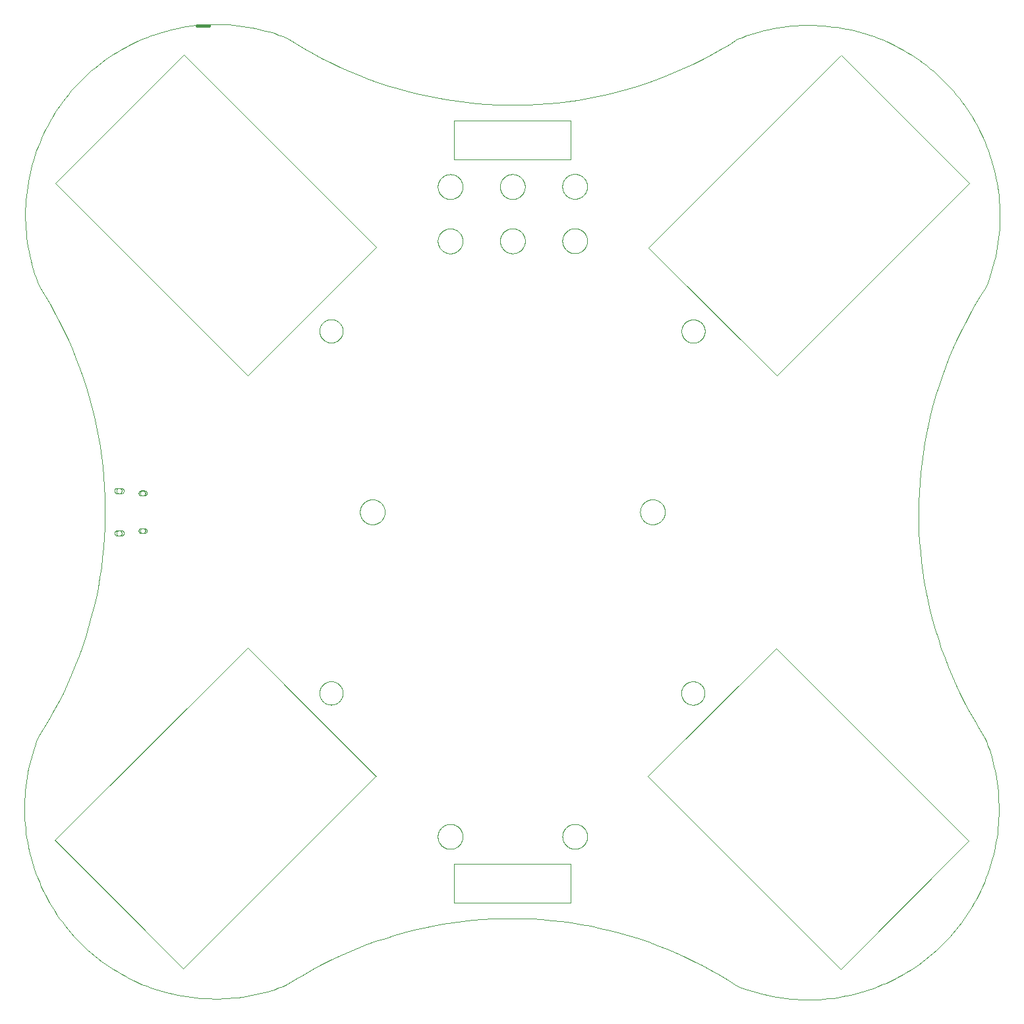
<source format=gko>
G75*
%MOIN*%
%OFA0B0*%
%FSLAX25Y25*%
%IPPOS*%
%LPD*%
%AMOC8*
5,1,8,0,0,1.08239X$1,22.5*
%
%ADD10C,0.00000*%
%ADD11C,0.01600*%
%ADD12C,0.00039*%
D10*
X0058184Y0096392D02*
X0152743Y0190951D01*
X0155607Y0193814D01*
X0220471Y0128950D01*
X0217687Y0126166D01*
X0123021Y0031500D01*
X0058184Y0096392D01*
X0058371Y0096394D02*
X0123209Y0031502D01*
X0175527Y0023439D02*
X0173340Y0022580D01*
X0171132Y0021775D01*
X0168906Y0021024D01*
X0166662Y0020328D01*
X0164401Y0019686D01*
X0162126Y0019100D01*
X0159837Y0018569D01*
X0157535Y0018094D01*
X0155223Y0017675D01*
X0152902Y0017313D01*
X0150572Y0017007D01*
X0148235Y0016759D01*
X0145893Y0016567D01*
X0143547Y0016432D01*
X0141199Y0016355D01*
X0138849Y0016335D01*
X0136500Y0016372D01*
X0134152Y0016466D01*
X0131807Y0016617D01*
X0129466Y0016826D01*
X0127132Y0017091D01*
X0124804Y0017413D01*
X0122485Y0017792D01*
X0120176Y0018227D01*
X0117878Y0018719D01*
X0115593Y0019266D01*
X0113322Y0019869D01*
X0111066Y0020526D01*
X0108827Y0021239D01*
X0106605Y0022006D01*
X0104404Y0022827D01*
X0102223Y0023701D01*
X0100063Y0024628D01*
X0097927Y0025607D01*
X0095816Y0026638D01*
X0093730Y0027720D01*
X0091671Y0028853D01*
X0089641Y0030036D01*
X0087640Y0031267D01*
X0085669Y0032547D01*
X0083730Y0033875D01*
X0081825Y0035249D01*
X0079953Y0036670D01*
X0078116Y0038136D01*
X0076316Y0039646D01*
X0074553Y0041199D01*
X0072828Y0042795D01*
X0071142Y0044432D01*
X0069497Y0046110D01*
X0067894Y0047828D01*
X0066333Y0049584D01*
X0064814Y0051377D01*
X0063341Y0053207D01*
X0061912Y0055073D01*
X0060529Y0056972D01*
X0059192Y0058905D01*
X0057903Y0060870D01*
X0056663Y0062866D01*
X0055471Y0064891D01*
X0054329Y0066944D01*
X0053238Y0069025D01*
X0052197Y0071132D01*
X0051208Y0073264D01*
X0050271Y0075419D01*
X0049387Y0077596D01*
X0048557Y0079794D01*
X0047780Y0082011D01*
X0047057Y0084247D01*
X0046389Y0086500D01*
X0045776Y0088769D01*
X0045219Y0091051D01*
X0044717Y0093347D01*
X0044272Y0095654D01*
X0043882Y0097971D01*
X0043550Y0100297D01*
X0043274Y0102631D01*
X0043055Y0104971D01*
X0042893Y0107315D01*
X0042788Y0109662D01*
X0042740Y0112011D01*
X0042750Y0114361D01*
X0042817Y0116710D01*
X0042941Y0119057D01*
X0043122Y0121399D01*
X0043360Y0123737D01*
X0043655Y0126068D01*
X0044007Y0128392D01*
X0044415Y0130706D01*
X0044880Y0133009D01*
X0045400Y0135300D01*
X0045976Y0137578D01*
X0046608Y0139842D01*
X0047294Y0142089D01*
X0048035Y0144319D01*
X0048830Y0146530D01*
X0049679Y0148721D01*
X0089247Y0251826D02*
X0089249Y0251900D01*
X0089255Y0251974D01*
X0089265Y0252047D01*
X0089279Y0252120D01*
X0089296Y0252192D01*
X0089318Y0252262D01*
X0089343Y0252332D01*
X0089372Y0252400D01*
X0089405Y0252466D01*
X0089441Y0252531D01*
X0089481Y0252593D01*
X0089523Y0252654D01*
X0089569Y0252712D01*
X0089618Y0252767D01*
X0089670Y0252820D01*
X0089725Y0252870D01*
X0089782Y0252916D01*
X0089842Y0252960D01*
X0089904Y0253000D01*
X0089968Y0253037D01*
X0090034Y0253071D01*
X0090102Y0253101D01*
X0090171Y0253127D01*
X0090242Y0253150D01*
X0090313Y0253168D01*
X0090386Y0253183D01*
X0090459Y0253194D01*
X0090533Y0253201D01*
X0090607Y0253204D01*
X0090680Y0253203D01*
X0090754Y0253198D01*
X0090828Y0253189D01*
X0090901Y0253176D01*
X0090973Y0253159D01*
X0091044Y0253139D01*
X0091114Y0253114D01*
X0091182Y0253086D01*
X0091249Y0253055D01*
X0091314Y0253019D01*
X0091377Y0252981D01*
X0091438Y0252939D01*
X0091497Y0252893D01*
X0091553Y0252845D01*
X0091606Y0252794D01*
X0091656Y0252740D01*
X0091704Y0252683D01*
X0091748Y0252624D01*
X0091790Y0252562D01*
X0091828Y0252499D01*
X0091862Y0252433D01*
X0091893Y0252366D01*
X0091920Y0252297D01*
X0091943Y0252227D01*
X0091963Y0252156D01*
X0091979Y0252083D01*
X0091991Y0252010D01*
X0091999Y0251937D01*
X0092003Y0251863D01*
X0092003Y0251789D01*
X0091999Y0251715D01*
X0091991Y0251642D01*
X0091979Y0251569D01*
X0091963Y0251496D01*
X0091943Y0251425D01*
X0091920Y0251355D01*
X0091893Y0251286D01*
X0091862Y0251219D01*
X0091828Y0251153D01*
X0091790Y0251090D01*
X0091748Y0251028D01*
X0091704Y0250969D01*
X0091656Y0250912D01*
X0091606Y0250858D01*
X0091553Y0250807D01*
X0091497Y0250759D01*
X0091438Y0250713D01*
X0091377Y0250671D01*
X0091314Y0250633D01*
X0091249Y0250597D01*
X0091182Y0250566D01*
X0091114Y0250538D01*
X0091044Y0250513D01*
X0090973Y0250493D01*
X0090901Y0250476D01*
X0090828Y0250463D01*
X0090754Y0250454D01*
X0090680Y0250449D01*
X0090607Y0250448D01*
X0090533Y0250451D01*
X0090459Y0250458D01*
X0090386Y0250469D01*
X0090313Y0250484D01*
X0090242Y0250502D01*
X0090171Y0250525D01*
X0090102Y0250551D01*
X0090034Y0250581D01*
X0089968Y0250615D01*
X0089904Y0250652D01*
X0089842Y0250692D01*
X0089782Y0250736D01*
X0089725Y0250782D01*
X0089670Y0250832D01*
X0089618Y0250885D01*
X0089569Y0250940D01*
X0089523Y0250998D01*
X0089481Y0251059D01*
X0089441Y0251121D01*
X0089405Y0251186D01*
X0089372Y0251252D01*
X0089343Y0251320D01*
X0089318Y0251390D01*
X0089296Y0251460D01*
X0089279Y0251532D01*
X0089265Y0251605D01*
X0089255Y0251678D01*
X0089249Y0251752D01*
X0089247Y0251826D01*
X0101353Y0253007D02*
X0101355Y0253078D01*
X0101361Y0253149D01*
X0101371Y0253220D01*
X0101385Y0253289D01*
X0101402Y0253358D01*
X0101424Y0253426D01*
X0101449Y0253493D01*
X0101478Y0253558D01*
X0101510Y0253621D01*
X0101546Y0253683D01*
X0101585Y0253742D01*
X0101628Y0253799D01*
X0101673Y0253854D01*
X0101722Y0253906D01*
X0101773Y0253955D01*
X0101827Y0254001D01*
X0101884Y0254045D01*
X0101942Y0254085D01*
X0102003Y0254121D01*
X0102066Y0254155D01*
X0102131Y0254184D01*
X0102197Y0254210D01*
X0102265Y0254233D01*
X0102333Y0254251D01*
X0102403Y0254266D01*
X0102473Y0254277D01*
X0102544Y0254284D01*
X0102615Y0254287D01*
X0102686Y0254286D01*
X0102757Y0254281D01*
X0102828Y0254272D01*
X0102898Y0254259D01*
X0102967Y0254243D01*
X0103035Y0254222D01*
X0103102Y0254198D01*
X0103168Y0254170D01*
X0103231Y0254138D01*
X0103293Y0254103D01*
X0103353Y0254065D01*
X0103411Y0254023D01*
X0103466Y0253979D01*
X0103519Y0253931D01*
X0103569Y0253880D01*
X0103616Y0253827D01*
X0103660Y0253771D01*
X0103701Y0253713D01*
X0103739Y0253652D01*
X0103773Y0253590D01*
X0103803Y0253525D01*
X0103830Y0253460D01*
X0103854Y0253392D01*
X0103873Y0253324D01*
X0103889Y0253255D01*
X0103901Y0253184D01*
X0103909Y0253114D01*
X0103913Y0253043D01*
X0103913Y0252971D01*
X0103909Y0252900D01*
X0103901Y0252830D01*
X0103889Y0252759D01*
X0103873Y0252690D01*
X0103854Y0252622D01*
X0103830Y0252554D01*
X0103803Y0252489D01*
X0103773Y0252424D01*
X0103739Y0252362D01*
X0103701Y0252301D01*
X0103660Y0252243D01*
X0103616Y0252187D01*
X0103569Y0252134D01*
X0103519Y0252083D01*
X0103466Y0252035D01*
X0103411Y0251991D01*
X0103353Y0251949D01*
X0103293Y0251911D01*
X0103231Y0251876D01*
X0103168Y0251844D01*
X0103102Y0251816D01*
X0103035Y0251792D01*
X0102967Y0251771D01*
X0102898Y0251755D01*
X0102828Y0251742D01*
X0102757Y0251733D01*
X0102686Y0251728D01*
X0102615Y0251727D01*
X0102544Y0251730D01*
X0102473Y0251737D01*
X0102403Y0251748D01*
X0102333Y0251763D01*
X0102265Y0251781D01*
X0102197Y0251804D01*
X0102131Y0251830D01*
X0102066Y0251859D01*
X0102003Y0251893D01*
X0101942Y0251929D01*
X0101884Y0251969D01*
X0101827Y0252013D01*
X0101773Y0252059D01*
X0101722Y0252108D01*
X0101673Y0252160D01*
X0101628Y0252215D01*
X0101585Y0252272D01*
X0101546Y0252331D01*
X0101510Y0252393D01*
X0101478Y0252456D01*
X0101449Y0252521D01*
X0101424Y0252588D01*
X0101402Y0252656D01*
X0101385Y0252725D01*
X0101371Y0252794D01*
X0101361Y0252865D01*
X0101355Y0252936D01*
X0101353Y0253007D01*
X0101353Y0272102D02*
X0101355Y0272173D01*
X0101361Y0272244D01*
X0101371Y0272315D01*
X0101385Y0272384D01*
X0101402Y0272453D01*
X0101424Y0272521D01*
X0101449Y0272588D01*
X0101478Y0272653D01*
X0101510Y0272716D01*
X0101546Y0272778D01*
X0101585Y0272837D01*
X0101628Y0272894D01*
X0101673Y0272949D01*
X0101722Y0273001D01*
X0101773Y0273050D01*
X0101827Y0273096D01*
X0101884Y0273140D01*
X0101942Y0273180D01*
X0102003Y0273216D01*
X0102066Y0273250D01*
X0102131Y0273279D01*
X0102197Y0273305D01*
X0102265Y0273328D01*
X0102333Y0273346D01*
X0102403Y0273361D01*
X0102473Y0273372D01*
X0102544Y0273379D01*
X0102615Y0273382D01*
X0102686Y0273381D01*
X0102757Y0273376D01*
X0102828Y0273367D01*
X0102898Y0273354D01*
X0102967Y0273338D01*
X0103035Y0273317D01*
X0103102Y0273293D01*
X0103168Y0273265D01*
X0103231Y0273233D01*
X0103293Y0273198D01*
X0103353Y0273160D01*
X0103411Y0273118D01*
X0103466Y0273074D01*
X0103519Y0273026D01*
X0103569Y0272975D01*
X0103616Y0272922D01*
X0103660Y0272866D01*
X0103701Y0272808D01*
X0103739Y0272747D01*
X0103773Y0272685D01*
X0103803Y0272620D01*
X0103830Y0272555D01*
X0103854Y0272487D01*
X0103873Y0272419D01*
X0103889Y0272350D01*
X0103901Y0272279D01*
X0103909Y0272209D01*
X0103913Y0272138D01*
X0103913Y0272066D01*
X0103909Y0271995D01*
X0103901Y0271925D01*
X0103889Y0271854D01*
X0103873Y0271785D01*
X0103854Y0271717D01*
X0103830Y0271649D01*
X0103803Y0271584D01*
X0103773Y0271519D01*
X0103739Y0271457D01*
X0103701Y0271396D01*
X0103660Y0271338D01*
X0103616Y0271282D01*
X0103569Y0271229D01*
X0103519Y0271178D01*
X0103466Y0271130D01*
X0103411Y0271086D01*
X0103353Y0271044D01*
X0103293Y0271006D01*
X0103231Y0270971D01*
X0103168Y0270939D01*
X0103102Y0270911D01*
X0103035Y0270887D01*
X0102967Y0270866D01*
X0102898Y0270850D01*
X0102828Y0270837D01*
X0102757Y0270828D01*
X0102686Y0270823D01*
X0102615Y0270822D01*
X0102544Y0270825D01*
X0102473Y0270832D01*
X0102403Y0270843D01*
X0102333Y0270858D01*
X0102265Y0270876D01*
X0102197Y0270899D01*
X0102131Y0270925D01*
X0102066Y0270954D01*
X0102003Y0270988D01*
X0101942Y0271024D01*
X0101884Y0271064D01*
X0101827Y0271108D01*
X0101773Y0271154D01*
X0101722Y0271203D01*
X0101673Y0271255D01*
X0101628Y0271310D01*
X0101585Y0271367D01*
X0101546Y0271426D01*
X0101510Y0271488D01*
X0101478Y0271551D01*
X0101449Y0271616D01*
X0101424Y0271683D01*
X0101402Y0271751D01*
X0101385Y0271820D01*
X0101371Y0271889D01*
X0101361Y0271960D01*
X0101355Y0272031D01*
X0101353Y0272102D01*
X0089247Y0273283D02*
X0089249Y0273357D01*
X0089255Y0273431D01*
X0089265Y0273504D01*
X0089279Y0273577D01*
X0089296Y0273649D01*
X0089318Y0273719D01*
X0089343Y0273789D01*
X0089372Y0273857D01*
X0089405Y0273923D01*
X0089441Y0273988D01*
X0089481Y0274050D01*
X0089523Y0274111D01*
X0089569Y0274169D01*
X0089618Y0274224D01*
X0089670Y0274277D01*
X0089725Y0274327D01*
X0089782Y0274373D01*
X0089842Y0274417D01*
X0089904Y0274457D01*
X0089968Y0274494D01*
X0090034Y0274528D01*
X0090102Y0274558D01*
X0090171Y0274584D01*
X0090242Y0274607D01*
X0090313Y0274625D01*
X0090386Y0274640D01*
X0090459Y0274651D01*
X0090533Y0274658D01*
X0090607Y0274661D01*
X0090680Y0274660D01*
X0090754Y0274655D01*
X0090828Y0274646D01*
X0090901Y0274633D01*
X0090973Y0274616D01*
X0091044Y0274596D01*
X0091114Y0274571D01*
X0091182Y0274543D01*
X0091249Y0274512D01*
X0091314Y0274476D01*
X0091377Y0274438D01*
X0091438Y0274396D01*
X0091497Y0274350D01*
X0091553Y0274302D01*
X0091606Y0274251D01*
X0091656Y0274197D01*
X0091704Y0274140D01*
X0091748Y0274081D01*
X0091790Y0274019D01*
X0091828Y0273956D01*
X0091862Y0273890D01*
X0091893Y0273823D01*
X0091920Y0273754D01*
X0091943Y0273684D01*
X0091963Y0273613D01*
X0091979Y0273540D01*
X0091991Y0273467D01*
X0091999Y0273394D01*
X0092003Y0273320D01*
X0092003Y0273246D01*
X0091999Y0273172D01*
X0091991Y0273099D01*
X0091979Y0273026D01*
X0091963Y0272953D01*
X0091943Y0272882D01*
X0091920Y0272812D01*
X0091893Y0272743D01*
X0091862Y0272676D01*
X0091828Y0272610D01*
X0091790Y0272547D01*
X0091748Y0272485D01*
X0091704Y0272426D01*
X0091656Y0272369D01*
X0091606Y0272315D01*
X0091553Y0272264D01*
X0091497Y0272216D01*
X0091438Y0272170D01*
X0091377Y0272128D01*
X0091314Y0272090D01*
X0091249Y0272054D01*
X0091182Y0272023D01*
X0091114Y0271995D01*
X0091044Y0271970D01*
X0090973Y0271950D01*
X0090901Y0271933D01*
X0090828Y0271920D01*
X0090754Y0271911D01*
X0090680Y0271906D01*
X0090607Y0271905D01*
X0090533Y0271908D01*
X0090459Y0271915D01*
X0090386Y0271926D01*
X0090313Y0271941D01*
X0090242Y0271959D01*
X0090171Y0271982D01*
X0090102Y0272008D01*
X0090034Y0272038D01*
X0089968Y0272072D01*
X0089904Y0272109D01*
X0089842Y0272149D01*
X0089782Y0272193D01*
X0089725Y0272239D01*
X0089670Y0272289D01*
X0089618Y0272342D01*
X0089569Y0272397D01*
X0089523Y0272455D01*
X0089481Y0272516D01*
X0089441Y0272578D01*
X0089405Y0272643D01*
X0089372Y0272709D01*
X0089343Y0272777D01*
X0089318Y0272847D01*
X0089296Y0272917D01*
X0089279Y0272989D01*
X0089265Y0273062D01*
X0089255Y0273135D01*
X0089249Y0273209D01*
X0089247Y0273283D01*
X0155844Y0331517D02*
X0220708Y0396381D01*
X0123286Y0493804D01*
X0058394Y0428966D01*
X0155855Y0331505D01*
X0192003Y0354090D02*
X0192005Y0354243D01*
X0192011Y0354397D01*
X0192021Y0354550D01*
X0192035Y0354702D01*
X0192053Y0354855D01*
X0192075Y0355006D01*
X0192100Y0355157D01*
X0192130Y0355308D01*
X0192164Y0355458D01*
X0192201Y0355606D01*
X0192242Y0355754D01*
X0192287Y0355900D01*
X0192336Y0356046D01*
X0192389Y0356190D01*
X0192445Y0356332D01*
X0192505Y0356473D01*
X0192569Y0356613D01*
X0192636Y0356751D01*
X0192707Y0356887D01*
X0192782Y0357021D01*
X0192859Y0357153D01*
X0192941Y0357283D01*
X0193025Y0357411D01*
X0193113Y0357537D01*
X0193204Y0357660D01*
X0193298Y0357781D01*
X0193396Y0357899D01*
X0193496Y0358015D01*
X0193600Y0358128D01*
X0193706Y0358239D01*
X0193815Y0358347D01*
X0193927Y0358452D01*
X0194041Y0358553D01*
X0194159Y0358652D01*
X0194278Y0358748D01*
X0194400Y0358841D01*
X0194525Y0358930D01*
X0194652Y0359017D01*
X0194781Y0359099D01*
X0194912Y0359179D01*
X0195045Y0359255D01*
X0195180Y0359328D01*
X0195317Y0359397D01*
X0195456Y0359462D01*
X0195596Y0359524D01*
X0195738Y0359582D01*
X0195881Y0359637D01*
X0196026Y0359688D01*
X0196172Y0359735D01*
X0196319Y0359778D01*
X0196467Y0359817D01*
X0196616Y0359853D01*
X0196766Y0359884D01*
X0196917Y0359912D01*
X0197068Y0359936D01*
X0197221Y0359956D01*
X0197373Y0359972D01*
X0197526Y0359984D01*
X0197679Y0359992D01*
X0197832Y0359996D01*
X0197986Y0359996D01*
X0198139Y0359992D01*
X0198292Y0359984D01*
X0198445Y0359972D01*
X0198597Y0359956D01*
X0198750Y0359936D01*
X0198901Y0359912D01*
X0199052Y0359884D01*
X0199202Y0359853D01*
X0199351Y0359817D01*
X0199499Y0359778D01*
X0199646Y0359735D01*
X0199792Y0359688D01*
X0199937Y0359637D01*
X0200080Y0359582D01*
X0200222Y0359524D01*
X0200362Y0359462D01*
X0200501Y0359397D01*
X0200638Y0359328D01*
X0200773Y0359255D01*
X0200906Y0359179D01*
X0201037Y0359099D01*
X0201166Y0359017D01*
X0201293Y0358930D01*
X0201418Y0358841D01*
X0201540Y0358748D01*
X0201659Y0358652D01*
X0201777Y0358553D01*
X0201891Y0358452D01*
X0202003Y0358347D01*
X0202112Y0358239D01*
X0202218Y0358128D01*
X0202322Y0358015D01*
X0202422Y0357899D01*
X0202520Y0357781D01*
X0202614Y0357660D01*
X0202705Y0357537D01*
X0202793Y0357411D01*
X0202877Y0357283D01*
X0202959Y0357153D01*
X0203036Y0357021D01*
X0203111Y0356887D01*
X0203182Y0356751D01*
X0203249Y0356613D01*
X0203313Y0356473D01*
X0203373Y0356332D01*
X0203429Y0356190D01*
X0203482Y0356046D01*
X0203531Y0355900D01*
X0203576Y0355754D01*
X0203617Y0355606D01*
X0203654Y0355458D01*
X0203688Y0355308D01*
X0203718Y0355157D01*
X0203743Y0355006D01*
X0203765Y0354855D01*
X0203783Y0354702D01*
X0203797Y0354550D01*
X0203807Y0354397D01*
X0203813Y0354243D01*
X0203815Y0354090D01*
X0203813Y0353937D01*
X0203807Y0353783D01*
X0203797Y0353630D01*
X0203783Y0353478D01*
X0203765Y0353325D01*
X0203743Y0353174D01*
X0203718Y0353023D01*
X0203688Y0352872D01*
X0203654Y0352722D01*
X0203617Y0352574D01*
X0203576Y0352426D01*
X0203531Y0352280D01*
X0203482Y0352134D01*
X0203429Y0351990D01*
X0203373Y0351848D01*
X0203313Y0351707D01*
X0203249Y0351567D01*
X0203182Y0351429D01*
X0203111Y0351293D01*
X0203036Y0351159D01*
X0202959Y0351027D01*
X0202877Y0350897D01*
X0202793Y0350769D01*
X0202705Y0350643D01*
X0202614Y0350520D01*
X0202520Y0350399D01*
X0202422Y0350281D01*
X0202322Y0350165D01*
X0202218Y0350052D01*
X0202112Y0349941D01*
X0202003Y0349833D01*
X0201891Y0349728D01*
X0201777Y0349627D01*
X0201659Y0349528D01*
X0201540Y0349432D01*
X0201418Y0349339D01*
X0201293Y0349250D01*
X0201166Y0349163D01*
X0201037Y0349081D01*
X0200906Y0349001D01*
X0200773Y0348925D01*
X0200638Y0348852D01*
X0200501Y0348783D01*
X0200362Y0348718D01*
X0200222Y0348656D01*
X0200080Y0348598D01*
X0199937Y0348543D01*
X0199792Y0348492D01*
X0199646Y0348445D01*
X0199499Y0348402D01*
X0199351Y0348363D01*
X0199202Y0348327D01*
X0199052Y0348296D01*
X0198901Y0348268D01*
X0198750Y0348244D01*
X0198597Y0348224D01*
X0198445Y0348208D01*
X0198292Y0348196D01*
X0198139Y0348188D01*
X0197986Y0348184D01*
X0197832Y0348184D01*
X0197679Y0348188D01*
X0197526Y0348196D01*
X0197373Y0348208D01*
X0197221Y0348224D01*
X0197068Y0348244D01*
X0196917Y0348268D01*
X0196766Y0348296D01*
X0196616Y0348327D01*
X0196467Y0348363D01*
X0196319Y0348402D01*
X0196172Y0348445D01*
X0196026Y0348492D01*
X0195881Y0348543D01*
X0195738Y0348598D01*
X0195596Y0348656D01*
X0195456Y0348718D01*
X0195317Y0348783D01*
X0195180Y0348852D01*
X0195045Y0348925D01*
X0194912Y0349001D01*
X0194781Y0349081D01*
X0194652Y0349163D01*
X0194525Y0349250D01*
X0194400Y0349339D01*
X0194278Y0349432D01*
X0194159Y0349528D01*
X0194041Y0349627D01*
X0193927Y0349728D01*
X0193815Y0349833D01*
X0193706Y0349941D01*
X0193600Y0350052D01*
X0193496Y0350165D01*
X0193396Y0350281D01*
X0193298Y0350399D01*
X0193204Y0350520D01*
X0193113Y0350643D01*
X0193025Y0350769D01*
X0192941Y0350897D01*
X0192859Y0351027D01*
X0192782Y0351159D01*
X0192707Y0351293D01*
X0192636Y0351429D01*
X0192569Y0351567D01*
X0192505Y0351707D01*
X0192445Y0351848D01*
X0192389Y0351990D01*
X0192336Y0352134D01*
X0192287Y0352280D01*
X0192242Y0352426D01*
X0192201Y0352574D01*
X0192164Y0352722D01*
X0192130Y0352872D01*
X0192100Y0353023D01*
X0192075Y0353174D01*
X0192053Y0353325D01*
X0192035Y0353478D01*
X0192021Y0353630D01*
X0192011Y0353783D01*
X0192005Y0353937D01*
X0192003Y0354090D01*
X0050249Y0376595D02*
X0049394Y0378783D01*
X0048593Y0380990D01*
X0047845Y0383216D01*
X0047152Y0385460D01*
X0046514Y0387720D01*
X0045931Y0389995D01*
X0045403Y0392283D01*
X0044931Y0394584D01*
X0044516Y0396895D01*
X0044157Y0399216D01*
X0043854Y0401545D01*
X0043609Y0403880D01*
X0043420Y0406221D01*
X0043288Y0408566D01*
X0043214Y0410913D01*
X0043196Y0413261D01*
X0043236Y0415609D01*
X0043333Y0417956D01*
X0043487Y0420299D01*
X0043698Y0422638D01*
X0043965Y0424971D01*
X0044290Y0427297D01*
X0044671Y0429614D01*
X0045108Y0431921D01*
X0045602Y0434217D01*
X0046151Y0436500D01*
X0046756Y0438770D01*
X0047415Y0441023D01*
X0048130Y0443261D01*
X0048898Y0445480D01*
X0049721Y0447679D01*
X0050596Y0449858D01*
X0051525Y0452015D01*
X0052505Y0454149D01*
X0053538Y0456258D01*
X0054621Y0458342D01*
X0055755Y0460399D01*
X0056939Y0462427D01*
X0058171Y0464426D01*
X0059452Y0466394D01*
X0060780Y0468331D01*
X0062155Y0470234D01*
X0063577Y0472104D01*
X0065043Y0473938D01*
X0066553Y0475737D01*
X0068107Y0477497D01*
X0069703Y0479220D01*
X0071341Y0480903D01*
X0073019Y0482546D01*
X0074736Y0484148D01*
X0076492Y0485707D01*
X0078286Y0487223D01*
X0080116Y0488695D01*
X0081981Y0490122D01*
X0083880Y0491503D01*
X0085813Y0492837D01*
X0087777Y0494124D01*
X0089772Y0495363D01*
X0091797Y0496553D01*
X0093850Y0497693D01*
X0095930Y0498783D01*
X0098036Y0499822D01*
X0100167Y0500809D01*
X0102321Y0501744D01*
X0104497Y0502627D01*
X0106694Y0503456D01*
X0108911Y0504231D01*
X0111146Y0504953D01*
X0113398Y0505619D01*
X0115665Y0506231D01*
X0117946Y0506787D01*
X0120241Y0507288D01*
X0122547Y0507732D01*
X0124863Y0508120D01*
X0127188Y0508452D01*
X0129520Y0508727D01*
X0131858Y0508946D01*
X0134201Y0509107D01*
X0136547Y0509211D01*
X0138895Y0509258D01*
X0141243Y0509248D01*
X0143591Y0509181D01*
X0145936Y0509056D01*
X0148277Y0508875D01*
X0150613Y0508636D01*
X0152943Y0508341D01*
X0155265Y0507989D01*
X0157578Y0507581D01*
X0159880Y0507116D01*
X0162170Y0506596D01*
X0164446Y0506020D01*
X0166708Y0505389D01*
X0168954Y0504703D01*
X0171183Y0503962D01*
X0173393Y0503167D01*
X0175582Y0502319D01*
X0251866Y0427082D02*
X0251868Y0427240D01*
X0251874Y0427398D01*
X0251884Y0427556D01*
X0251898Y0427714D01*
X0251916Y0427871D01*
X0251937Y0428028D01*
X0251963Y0428184D01*
X0251993Y0428340D01*
X0252026Y0428495D01*
X0252064Y0428648D01*
X0252105Y0428801D01*
X0252150Y0428953D01*
X0252199Y0429104D01*
X0252252Y0429253D01*
X0252308Y0429401D01*
X0252368Y0429547D01*
X0252432Y0429692D01*
X0252500Y0429835D01*
X0252571Y0429977D01*
X0252645Y0430117D01*
X0252723Y0430254D01*
X0252805Y0430390D01*
X0252889Y0430524D01*
X0252978Y0430655D01*
X0253069Y0430784D01*
X0253164Y0430911D01*
X0253261Y0431036D01*
X0253362Y0431158D01*
X0253466Y0431277D01*
X0253573Y0431394D01*
X0253683Y0431508D01*
X0253796Y0431619D01*
X0253911Y0431728D01*
X0254029Y0431833D01*
X0254150Y0431935D01*
X0254273Y0432035D01*
X0254399Y0432131D01*
X0254527Y0432224D01*
X0254657Y0432314D01*
X0254790Y0432400D01*
X0254925Y0432484D01*
X0255061Y0432563D01*
X0255200Y0432640D01*
X0255341Y0432712D01*
X0255483Y0432782D01*
X0255627Y0432847D01*
X0255773Y0432909D01*
X0255920Y0432967D01*
X0256069Y0433022D01*
X0256219Y0433073D01*
X0256370Y0433120D01*
X0256522Y0433163D01*
X0256675Y0433202D01*
X0256830Y0433238D01*
X0256985Y0433269D01*
X0257141Y0433297D01*
X0257297Y0433321D01*
X0257454Y0433341D01*
X0257612Y0433357D01*
X0257769Y0433369D01*
X0257928Y0433377D01*
X0258086Y0433381D01*
X0258244Y0433381D01*
X0258402Y0433377D01*
X0258561Y0433369D01*
X0258718Y0433357D01*
X0258876Y0433341D01*
X0259033Y0433321D01*
X0259189Y0433297D01*
X0259345Y0433269D01*
X0259500Y0433238D01*
X0259655Y0433202D01*
X0259808Y0433163D01*
X0259960Y0433120D01*
X0260111Y0433073D01*
X0260261Y0433022D01*
X0260410Y0432967D01*
X0260557Y0432909D01*
X0260703Y0432847D01*
X0260847Y0432782D01*
X0260989Y0432712D01*
X0261130Y0432640D01*
X0261269Y0432563D01*
X0261405Y0432484D01*
X0261540Y0432400D01*
X0261673Y0432314D01*
X0261803Y0432224D01*
X0261931Y0432131D01*
X0262057Y0432035D01*
X0262180Y0431935D01*
X0262301Y0431833D01*
X0262419Y0431728D01*
X0262534Y0431619D01*
X0262647Y0431508D01*
X0262757Y0431394D01*
X0262864Y0431277D01*
X0262968Y0431158D01*
X0263069Y0431036D01*
X0263166Y0430911D01*
X0263261Y0430784D01*
X0263352Y0430655D01*
X0263441Y0430524D01*
X0263525Y0430390D01*
X0263607Y0430254D01*
X0263685Y0430117D01*
X0263759Y0429977D01*
X0263830Y0429835D01*
X0263898Y0429692D01*
X0263962Y0429547D01*
X0264022Y0429401D01*
X0264078Y0429253D01*
X0264131Y0429104D01*
X0264180Y0428953D01*
X0264225Y0428801D01*
X0264266Y0428648D01*
X0264304Y0428495D01*
X0264337Y0428340D01*
X0264367Y0428184D01*
X0264393Y0428028D01*
X0264414Y0427871D01*
X0264432Y0427714D01*
X0264446Y0427556D01*
X0264456Y0427398D01*
X0264462Y0427240D01*
X0264464Y0427082D01*
X0264462Y0426924D01*
X0264456Y0426766D01*
X0264446Y0426608D01*
X0264432Y0426450D01*
X0264414Y0426293D01*
X0264393Y0426136D01*
X0264367Y0425980D01*
X0264337Y0425824D01*
X0264304Y0425669D01*
X0264266Y0425516D01*
X0264225Y0425363D01*
X0264180Y0425211D01*
X0264131Y0425060D01*
X0264078Y0424911D01*
X0264022Y0424763D01*
X0263962Y0424617D01*
X0263898Y0424472D01*
X0263830Y0424329D01*
X0263759Y0424187D01*
X0263685Y0424047D01*
X0263607Y0423910D01*
X0263525Y0423774D01*
X0263441Y0423640D01*
X0263352Y0423509D01*
X0263261Y0423380D01*
X0263166Y0423253D01*
X0263069Y0423128D01*
X0262968Y0423006D01*
X0262864Y0422887D01*
X0262757Y0422770D01*
X0262647Y0422656D01*
X0262534Y0422545D01*
X0262419Y0422436D01*
X0262301Y0422331D01*
X0262180Y0422229D01*
X0262057Y0422129D01*
X0261931Y0422033D01*
X0261803Y0421940D01*
X0261673Y0421850D01*
X0261540Y0421764D01*
X0261405Y0421680D01*
X0261269Y0421601D01*
X0261130Y0421524D01*
X0260989Y0421452D01*
X0260847Y0421382D01*
X0260703Y0421317D01*
X0260557Y0421255D01*
X0260410Y0421197D01*
X0260261Y0421142D01*
X0260111Y0421091D01*
X0259960Y0421044D01*
X0259808Y0421001D01*
X0259655Y0420962D01*
X0259500Y0420926D01*
X0259345Y0420895D01*
X0259189Y0420867D01*
X0259033Y0420843D01*
X0258876Y0420823D01*
X0258718Y0420807D01*
X0258561Y0420795D01*
X0258402Y0420787D01*
X0258244Y0420783D01*
X0258086Y0420783D01*
X0257928Y0420787D01*
X0257769Y0420795D01*
X0257612Y0420807D01*
X0257454Y0420823D01*
X0257297Y0420843D01*
X0257141Y0420867D01*
X0256985Y0420895D01*
X0256830Y0420926D01*
X0256675Y0420962D01*
X0256522Y0421001D01*
X0256370Y0421044D01*
X0256219Y0421091D01*
X0256069Y0421142D01*
X0255920Y0421197D01*
X0255773Y0421255D01*
X0255627Y0421317D01*
X0255483Y0421382D01*
X0255341Y0421452D01*
X0255200Y0421524D01*
X0255061Y0421601D01*
X0254925Y0421680D01*
X0254790Y0421764D01*
X0254657Y0421850D01*
X0254527Y0421940D01*
X0254399Y0422033D01*
X0254273Y0422129D01*
X0254150Y0422229D01*
X0254029Y0422331D01*
X0253911Y0422436D01*
X0253796Y0422545D01*
X0253683Y0422656D01*
X0253573Y0422770D01*
X0253466Y0422887D01*
X0253362Y0423006D01*
X0253261Y0423128D01*
X0253164Y0423253D01*
X0253069Y0423380D01*
X0252978Y0423509D01*
X0252889Y0423640D01*
X0252805Y0423774D01*
X0252723Y0423910D01*
X0252645Y0424047D01*
X0252571Y0424187D01*
X0252500Y0424329D01*
X0252432Y0424472D01*
X0252368Y0424617D01*
X0252308Y0424763D01*
X0252252Y0424911D01*
X0252199Y0425060D01*
X0252150Y0425211D01*
X0252105Y0425363D01*
X0252064Y0425516D01*
X0252026Y0425669D01*
X0251993Y0425824D01*
X0251963Y0425980D01*
X0251937Y0426136D01*
X0251916Y0426293D01*
X0251898Y0426450D01*
X0251884Y0426608D01*
X0251874Y0426766D01*
X0251868Y0426924D01*
X0251866Y0427082D01*
X0251866Y0399602D02*
X0251868Y0399760D01*
X0251874Y0399918D01*
X0251884Y0400076D01*
X0251898Y0400234D01*
X0251916Y0400391D01*
X0251937Y0400548D01*
X0251963Y0400704D01*
X0251993Y0400860D01*
X0252026Y0401015D01*
X0252064Y0401168D01*
X0252105Y0401321D01*
X0252150Y0401473D01*
X0252199Y0401624D01*
X0252252Y0401773D01*
X0252308Y0401921D01*
X0252368Y0402067D01*
X0252432Y0402212D01*
X0252500Y0402355D01*
X0252571Y0402497D01*
X0252645Y0402637D01*
X0252723Y0402774D01*
X0252805Y0402910D01*
X0252889Y0403044D01*
X0252978Y0403175D01*
X0253069Y0403304D01*
X0253164Y0403431D01*
X0253261Y0403556D01*
X0253362Y0403678D01*
X0253466Y0403797D01*
X0253573Y0403914D01*
X0253683Y0404028D01*
X0253796Y0404139D01*
X0253911Y0404248D01*
X0254029Y0404353D01*
X0254150Y0404455D01*
X0254273Y0404555D01*
X0254399Y0404651D01*
X0254527Y0404744D01*
X0254657Y0404834D01*
X0254790Y0404920D01*
X0254925Y0405004D01*
X0255061Y0405083D01*
X0255200Y0405160D01*
X0255341Y0405232D01*
X0255483Y0405302D01*
X0255627Y0405367D01*
X0255773Y0405429D01*
X0255920Y0405487D01*
X0256069Y0405542D01*
X0256219Y0405593D01*
X0256370Y0405640D01*
X0256522Y0405683D01*
X0256675Y0405722D01*
X0256830Y0405758D01*
X0256985Y0405789D01*
X0257141Y0405817D01*
X0257297Y0405841D01*
X0257454Y0405861D01*
X0257612Y0405877D01*
X0257769Y0405889D01*
X0257928Y0405897D01*
X0258086Y0405901D01*
X0258244Y0405901D01*
X0258402Y0405897D01*
X0258561Y0405889D01*
X0258718Y0405877D01*
X0258876Y0405861D01*
X0259033Y0405841D01*
X0259189Y0405817D01*
X0259345Y0405789D01*
X0259500Y0405758D01*
X0259655Y0405722D01*
X0259808Y0405683D01*
X0259960Y0405640D01*
X0260111Y0405593D01*
X0260261Y0405542D01*
X0260410Y0405487D01*
X0260557Y0405429D01*
X0260703Y0405367D01*
X0260847Y0405302D01*
X0260989Y0405232D01*
X0261130Y0405160D01*
X0261269Y0405083D01*
X0261405Y0405004D01*
X0261540Y0404920D01*
X0261673Y0404834D01*
X0261803Y0404744D01*
X0261931Y0404651D01*
X0262057Y0404555D01*
X0262180Y0404455D01*
X0262301Y0404353D01*
X0262419Y0404248D01*
X0262534Y0404139D01*
X0262647Y0404028D01*
X0262757Y0403914D01*
X0262864Y0403797D01*
X0262968Y0403678D01*
X0263069Y0403556D01*
X0263166Y0403431D01*
X0263261Y0403304D01*
X0263352Y0403175D01*
X0263441Y0403044D01*
X0263525Y0402910D01*
X0263607Y0402774D01*
X0263685Y0402637D01*
X0263759Y0402497D01*
X0263830Y0402355D01*
X0263898Y0402212D01*
X0263962Y0402067D01*
X0264022Y0401921D01*
X0264078Y0401773D01*
X0264131Y0401624D01*
X0264180Y0401473D01*
X0264225Y0401321D01*
X0264266Y0401168D01*
X0264304Y0401015D01*
X0264337Y0400860D01*
X0264367Y0400704D01*
X0264393Y0400548D01*
X0264414Y0400391D01*
X0264432Y0400234D01*
X0264446Y0400076D01*
X0264456Y0399918D01*
X0264462Y0399760D01*
X0264464Y0399602D01*
X0264462Y0399444D01*
X0264456Y0399286D01*
X0264446Y0399128D01*
X0264432Y0398970D01*
X0264414Y0398813D01*
X0264393Y0398656D01*
X0264367Y0398500D01*
X0264337Y0398344D01*
X0264304Y0398189D01*
X0264266Y0398036D01*
X0264225Y0397883D01*
X0264180Y0397731D01*
X0264131Y0397580D01*
X0264078Y0397431D01*
X0264022Y0397283D01*
X0263962Y0397137D01*
X0263898Y0396992D01*
X0263830Y0396849D01*
X0263759Y0396707D01*
X0263685Y0396567D01*
X0263607Y0396430D01*
X0263525Y0396294D01*
X0263441Y0396160D01*
X0263352Y0396029D01*
X0263261Y0395900D01*
X0263166Y0395773D01*
X0263069Y0395648D01*
X0262968Y0395526D01*
X0262864Y0395407D01*
X0262757Y0395290D01*
X0262647Y0395176D01*
X0262534Y0395065D01*
X0262419Y0394956D01*
X0262301Y0394851D01*
X0262180Y0394749D01*
X0262057Y0394649D01*
X0261931Y0394553D01*
X0261803Y0394460D01*
X0261673Y0394370D01*
X0261540Y0394284D01*
X0261405Y0394200D01*
X0261269Y0394121D01*
X0261130Y0394044D01*
X0260989Y0393972D01*
X0260847Y0393902D01*
X0260703Y0393837D01*
X0260557Y0393775D01*
X0260410Y0393717D01*
X0260261Y0393662D01*
X0260111Y0393611D01*
X0259960Y0393564D01*
X0259808Y0393521D01*
X0259655Y0393482D01*
X0259500Y0393446D01*
X0259345Y0393415D01*
X0259189Y0393387D01*
X0259033Y0393363D01*
X0258876Y0393343D01*
X0258718Y0393327D01*
X0258561Y0393315D01*
X0258402Y0393307D01*
X0258244Y0393303D01*
X0258086Y0393303D01*
X0257928Y0393307D01*
X0257769Y0393315D01*
X0257612Y0393327D01*
X0257454Y0393343D01*
X0257297Y0393363D01*
X0257141Y0393387D01*
X0256985Y0393415D01*
X0256830Y0393446D01*
X0256675Y0393482D01*
X0256522Y0393521D01*
X0256370Y0393564D01*
X0256219Y0393611D01*
X0256069Y0393662D01*
X0255920Y0393717D01*
X0255773Y0393775D01*
X0255627Y0393837D01*
X0255483Y0393902D01*
X0255341Y0393972D01*
X0255200Y0394044D01*
X0255061Y0394121D01*
X0254925Y0394200D01*
X0254790Y0394284D01*
X0254657Y0394370D01*
X0254527Y0394460D01*
X0254399Y0394553D01*
X0254273Y0394649D01*
X0254150Y0394749D01*
X0254029Y0394851D01*
X0253911Y0394956D01*
X0253796Y0395065D01*
X0253683Y0395176D01*
X0253573Y0395290D01*
X0253466Y0395407D01*
X0253362Y0395526D01*
X0253261Y0395648D01*
X0253164Y0395773D01*
X0253069Y0395900D01*
X0252978Y0396029D01*
X0252889Y0396160D01*
X0252805Y0396294D01*
X0252723Y0396430D01*
X0252645Y0396567D01*
X0252571Y0396707D01*
X0252500Y0396849D01*
X0252432Y0396992D01*
X0252368Y0397137D01*
X0252308Y0397283D01*
X0252252Y0397431D01*
X0252199Y0397580D01*
X0252150Y0397731D01*
X0252105Y0397883D01*
X0252064Y0398036D01*
X0252026Y0398189D01*
X0251993Y0398344D01*
X0251963Y0398500D01*
X0251937Y0398656D01*
X0251916Y0398813D01*
X0251898Y0398970D01*
X0251884Y0399128D01*
X0251874Y0399286D01*
X0251868Y0399444D01*
X0251866Y0399602D01*
X0283381Y0399641D02*
X0283383Y0399799D01*
X0283389Y0399957D01*
X0283399Y0400115D01*
X0283413Y0400273D01*
X0283431Y0400430D01*
X0283452Y0400587D01*
X0283478Y0400743D01*
X0283508Y0400899D01*
X0283541Y0401054D01*
X0283579Y0401207D01*
X0283620Y0401360D01*
X0283665Y0401512D01*
X0283714Y0401663D01*
X0283767Y0401812D01*
X0283823Y0401960D01*
X0283883Y0402106D01*
X0283947Y0402251D01*
X0284015Y0402394D01*
X0284086Y0402536D01*
X0284160Y0402676D01*
X0284238Y0402813D01*
X0284320Y0402949D01*
X0284404Y0403083D01*
X0284493Y0403214D01*
X0284584Y0403343D01*
X0284679Y0403470D01*
X0284776Y0403595D01*
X0284877Y0403717D01*
X0284981Y0403836D01*
X0285088Y0403953D01*
X0285198Y0404067D01*
X0285311Y0404178D01*
X0285426Y0404287D01*
X0285544Y0404392D01*
X0285665Y0404494D01*
X0285788Y0404594D01*
X0285914Y0404690D01*
X0286042Y0404783D01*
X0286172Y0404873D01*
X0286305Y0404959D01*
X0286440Y0405043D01*
X0286576Y0405122D01*
X0286715Y0405199D01*
X0286856Y0405271D01*
X0286998Y0405341D01*
X0287142Y0405406D01*
X0287288Y0405468D01*
X0287435Y0405526D01*
X0287584Y0405581D01*
X0287734Y0405632D01*
X0287885Y0405679D01*
X0288037Y0405722D01*
X0288190Y0405761D01*
X0288345Y0405797D01*
X0288500Y0405828D01*
X0288656Y0405856D01*
X0288812Y0405880D01*
X0288969Y0405900D01*
X0289127Y0405916D01*
X0289284Y0405928D01*
X0289443Y0405936D01*
X0289601Y0405940D01*
X0289759Y0405940D01*
X0289917Y0405936D01*
X0290076Y0405928D01*
X0290233Y0405916D01*
X0290391Y0405900D01*
X0290548Y0405880D01*
X0290704Y0405856D01*
X0290860Y0405828D01*
X0291015Y0405797D01*
X0291170Y0405761D01*
X0291323Y0405722D01*
X0291475Y0405679D01*
X0291626Y0405632D01*
X0291776Y0405581D01*
X0291925Y0405526D01*
X0292072Y0405468D01*
X0292218Y0405406D01*
X0292362Y0405341D01*
X0292504Y0405271D01*
X0292645Y0405199D01*
X0292784Y0405122D01*
X0292920Y0405043D01*
X0293055Y0404959D01*
X0293188Y0404873D01*
X0293318Y0404783D01*
X0293446Y0404690D01*
X0293572Y0404594D01*
X0293695Y0404494D01*
X0293816Y0404392D01*
X0293934Y0404287D01*
X0294049Y0404178D01*
X0294162Y0404067D01*
X0294272Y0403953D01*
X0294379Y0403836D01*
X0294483Y0403717D01*
X0294584Y0403595D01*
X0294681Y0403470D01*
X0294776Y0403343D01*
X0294867Y0403214D01*
X0294956Y0403083D01*
X0295040Y0402949D01*
X0295122Y0402813D01*
X0295200Y0402676D01*
X0295274Y0402536D01*
X0295345Y0402394D01*
X0295413Y0402251D01*
X0295477Y0402106D01*
X0295537Y0401960D01*
X0295593Y0401812D01*
X0295646Y0401663D01*
X0295695Y0401512D01*
X0295740Y0401360D01*
X0295781Y0401207D01*
X0295819Y0401054D01*
X0295852Y0400899D01*
X0295882Y0400743D01*
X0295908Y0400587D01*
X0295929Y0400430D01*
X0295947Y0400273D01*
X0295961Y0400115D01*
X0295971Y0399957D01*
X0295977Y0399799D01*
X0295979Y0399641D01*
X0295977Y0399483D01*
X0295971Y0399325D01*
X0295961Y0399167D01*
X0295947Y0399009D01*
X0295929Y0398852D01*
X0295908Y0398695D01*
X0295882Y0398539D01*
X0295852Y0398383D01*
X0295819Y0398228D01*
X0295781Y0398075D01*
X0295740Y0397922D01*
X0295695Y0397770D01*
X0295646Y0397619D01*
X0295593Y0397470D01*
X0295537Y0397322D01*
X0295477Y0397176D01*
X0295413Y0397031D01*
X0295345Y0396888D01*
X0295274Y0396746D01*
X0295200Y0396606D01*
X0295122Y0396469D01*
X0295040Y0396333D01*
X0294956Y0396199D01*
X0294867Y0396068D01*
X0294776Y0395939D01*
X0294681Y0395812D01*
X0294584Y0395687D01*
X0294483Y0395565D01*
X0294379Y0395446D01*
X0294272Y0395329D01*
X0294162Y0395215D01*
X0294049Y0395104D01*
X0293934Y0394995D01*
X0293816Y0394890D01*
X0293695Y0394788D01*
X0293572Y0394688D01*
X0293446Y0394592D01*
X0293318Y0394499D01*
X0293188Y0394409D01*
X0293055Y0394323D01*
X0292920Y0394239D01*
X0292784Y0394160D01*
X0292645Y0394083D01*
X0292504Y0394011D01*
X0292362Y0393941D01*
X0292218Y0393876D01*
X0292072Y0393814D01*
X0291925Y0393756D01*
X0291776Y0393701D01*
X0291626Y0393650D01*
X0291475Y0393603D01*
X0291323Y0393560D01*
X0291170Y0393521D01*
X0291015Y0393485D01*
X0290860Y0393454D01*
X0290704Y0393426D01*
X0290548Y0393402D01*
X0290391Y0393382D01*
X0290233Y0393366D01*
X0290076Y0393354D01*
X0289917Y0393346D01*
X0289759Y0393342D01*
X0289601Y0393342D01*
X0289443Y0393346D01*
X0289284Y0393354D01*
X0289127Y0393366D01*
X0288969Y0393382D01*
X0288812Y0393402D01*
X0288656Y0393426D01*
X0288500Y0393454D01*
X0288345Y0393485D01*
X0288190Y0393521D01*
X0288037Y0393560D01*
X0287885Y0393603D01*
X0287734Y0393650D01*
X0287584Y0393701D01*
X0287435Y0393756D01*
X0287288Y0393814D01*
X0287142Y0393876D01*
X0286998Y0393941D01*
X0286856Y0394011D01*
X0286715Y0394083D01*
X0286576Y0394160D01*
X0286440Y0394239D01*
X0286305Y0394323D01*
X0286172Y0394409D01*
X0286042Y0394499D01*
X0285914Y0394592D01*
X0285788Y0394688D01*
X0285665Y0394788D01*
X0285544Y0394890D01*
X0285426Y0394995D01*
X0285311Y0395104D01*
X0285198Y0395215D01*
X0285088Y0395329D01*
X0284981Y0395446D01*
X0284877Y0395565D01*
X0284776Y0395687D01*
X0284679Y0395812D01*
X0284584Y0395939D01*
X0284493Y0396068D01*
X0284404Y0396199D01*
X0284320Y0396333D01*
X0284238Y0396469D01*
X0284160Y0396606D01*
X0284086Y0396746D01*
X0284015Y0396888D01*
X0283947Y0397031D01*
X0283883Y0397176D01*
X0283823Y0397322D01*
X0283767Y0397470D01*
X0283714Y0397619D01*
X0283665Y0397770D01*
X0283620Y0397922D01*
X0283579Y0398075D01*
X0283541Y0398228D01*
X0283508Y0398383D01*
X0283478Y0398539D01*
X0283452Y0398695D01*
X0283431Y0398852D01*
X0283413Y0399009D01*
X0283399Y0399167D01*
X0283389Y0399325D01*
X0283383Y0399483D01*
X0283381Y0399641D01*
X0283342Y0427102D02*
X0283344Y0427260D01*
X0283350Y0427418D01*
X0283360Y0427576D01*
X0283374Y0427734D01*
X0283392Y0427891D01*
X0283413Y0428048D01*
X0283439Y0428204D01*
X0283469Y0428360D01*
X0283502Y0428515D01*
X0283540Y0428668D01*
X0283581Y0428821D01*
X0283626Y0428973D01*
X0283675Y0429124D01*
X0283728Y0429273D01*
X0283784Y0429421D01*
X0283844Y0429567D01*
X0283908Y0429712D01*
X0283976Y0429855D01*
X0284047Y0429997D01*
X0284121Y0430137D01*
X0284199Y0430274D01*
X0284281Y0430410D01*
X0284365Y0430544D01*
X0284454Y0430675D01*
X0284545Y0430804D01*
X0284640Y0430931D01*
X0284737Y0431056D01*
X0284838Y0431178D01*
X0284942Y0431297D01*
X0285049Y0431414D01*
X0285159Y0431528D01*
X0285272Y0431639D01*
X0285387Y0431748D01*
X0285505Y0431853D01*
X0285626Y0431955D01*
X0285749Y0432055D01*
X0285875Y0432151D01*
X0286003Y0432244D01*
X0286133Y0432334D01*
X0286266Y0432420D01*
X0286401Y0432504D01*
X0286537Y0432583D01*
X0286676Y0432660D01*
X0286817Y0432732D01*
X0286959Y0432802D01*
X0287103Y0432867D01*
X0287249Y0432929D01*
X0287396Y0432987D01*
X0287545Y0433042D01*
X0287695Y0433093D01*
X0287846Y0433140D01*
X0287998Y0433183D01*
X0288151Y0433222D01*
X0288306Y0433258D01*
X0288461Y0433289D01*
X0288617Y0433317D01*
X0288773Y0433341D01*
X0288930Y0433361D01*
X0289088Y0433377D01*
X0289245Y0433389D01*
X0289404Y0433397D01*
X0289562Y0433401D01*
X0289720Y0433401D01*
X0289878Y0433397D01*
X0290037Y0433389D01*
X0290194Y0433377D01*
X0290352Y0433361D01*
X0290509Y0433341D01*
X0290665Y0433317D01*
X0290821Y0433289D01*
X0290976Y0433258D01*
X0291131Y0433222D01*
X0291284Y0433183D01*
X0291436Y0433140D01*
X0291587Y0433093D01*
X0291737Y0433042D01*
X0291886Y0432987D01*
X0292033Y0432929D01*
X0292179Y0432867D01*
X0292323Y0432802D01*
X0292465Y0432732D01*
X0292606Y0432660D01*
X0292745Y0432583D01*
X0292881Y0432504D01*
X0293016Y0432420D01*
X0293149Y0432334D01*
X0293279Y0432244D01*
X0293407Y0432151D01*
X0293533Y0432055D01*
X0293656Y0431955D01*
X0293777Y0431853D01*
X0293895Y0431748D01*
X0294010Y0431639D01*
X0294123Y0431528D01*
X0294233Y0431414D01*
X0294340Y0431297D01*
X0294444Y0431178D01*
X0294545Y0431056D01*
X0294642Y0430931D01*
X0294737Y0430804D01*
X0294828Y0430675D01*
X0294917Y0430544D01*
X0295001Y0430410D01*
X0295083Y0430274D01*
X0295161Y0430137D01*
X0295235Y0429997D01*
X0295306Y0429855D01*
X0295374Y0429712D01*
X0295438Y0429567D01*
X0295498Y0429421D01*
X0295554Y0429273D01*
X0295607Y0429124D01*
X0295656Y0428973D01*
X0295701Y0428821D01*
X0295742Y0428668D01*
X0295780Y0428515D01*
X0295813Y0428360D01*
X0295843Y0428204D01*
X0295869Y0428048D01*
X0295890Y0427891D01*
X0295908Y0427734D01*
X0295922Y0427576D01*
X0295932Y0427418D01*
X0295938Y0427260D01*
X0295940Y0427102D01*
X0295938Y0426944D01*
X0295932Y0426786D01*
X0295922Y0426628D01*
X0295908Y0426470D01*
X0295890Y0426313D01*
X0295869Y0426156D01*
X0295843Y0426000D01*
X0295813Y0425844D01*
X0295780Y0425689D01*
X0295742Y0425536D01*
X0295701Y0425383D01*
X0295656Y0425231D01*
X0295607Y0425080D01*
X0295554Y0424931D01*
X0295498Y0424783D01*
X0295438Y0424637D01*
X0295374Y0424492D01*
X0295306Y0424349D01*
X0295235Y0424207D01*
X0295161Y0424067D01*
X0295083Y0423930D01*
X0295001Y0423794D01*
X0294917Y0423660D01*
X0294828Y0423529D01*
X0294737Y0423400D01*
X0294642Y0423273D01*
X0294545Y0423148D01*
X0294444Y0423026D01*
X0294340Y0422907D01*
X0294233Y0422790D01*
X0294123Y0422676D01*
X0294010Y0422565D01*
X0293895Y0422456D01*
X0293777Y0422351D01*
X0293656Y0422249D01*
X0293533Y0422149D01*
X0293407Y0422053D01*
X0293279Y0421960D01*
X0293149Y0421870D01*
X0293016Y0421784D01*
X0292881Y0421700D01*
X0292745Y0421621D01*
X0292606Y0421544D01*
X0292465Y0421472D01*
X0292323Y0421402D01*
X0292179Y0421337D01*
X0292033Y0421275D01*
X0291886Y0421217D01*
X0291737Y0421162D01*
X0291587Y0421111D01*
X0291436Y0421064D01*
X0291284Y0421021D01*
X0291131Y0420982D01*
X0290976Y0420946D01*
X0290821Y0420915D01*
X0290665Y0420887D01*
X0290509Y0420863D01*
X0290352Y0420843D01*
X0290194Y0420827D01*
X0290037Y0420815D01*
X0289878Y0420807D01*
X0289720Y0420803D01*
X0289562Y0420803D01*
X0289404Y0420807D01*
X0289245Y0420815D01*
X0289088Y0420827D01*
X0288930Y0420843D01*
X0288773Y0420863D01*
X0288617Y0420887D01*
X0288461Y0420915D01*
X0288306Y0420946D01*
X0288151Y0420982D01*
X0287998Y0421021D01*
X0287846Y0421064D01*
X0287695Y0421111D01*
X0287545Y0421162D01*
X0287396Y0421217D01*
X0287249Y0421275D01*
X0287103Y0421337D01*
X0286959Y0421402D01*
X0286817Y0421472D01*
X0286676Y0421544D01*
X0286537Y0421621D01*
X0286401Y0421700D01*
X0286266Y0421784D01*
X0286133Y0421870D01*
X0286003Y0421960D01*
X0285875Y0422053D01*
X0285749Y0422149D01*
X0285626Y0422249D01*
X0285505Y0422351D01*
X0285387Y0422456D01*
X0285272Y0422565D01*
X0285159Y0422676D01*
X0285049Y0422790D01*
X0284942Y0422907D01*
X0284838Y0423026D01*
X0284737Y0423148D01*
X0284640Y0423273D01*
X0284545Y0423400D01*
X0284454Y0423529D01*
X0284365Y0423660D01*
X0284281Y0423794D01*
X0284199Y0423930D01*
X0284121Y0424067D01*
X0284047Y0424207D01*
X0283976Y0424349D01*
X0283908Y0424492D01*
X0283844Y0424637D01*
X0283784Y0424783D01*
X0283728Y0424931D01*
X0283675Y0425080D01*
X0283626Y0425231D01*
X0283581Y0425383D01*
X0283540Y0425536D01*
X0283502Y0425689D01*
X0283469Y0425844D01*
X0283439Y0426000D01*
X0283413Y0426156D01*
X0283392Y0426313D01*
X0283374Y0426470D01*
X0283360Y0426628D01*
X0283350Y0426786D01*
X0283344Y0426944D01*
X0283342Y0427102D01*
X0314858Y0427200D02*
X0314860Y0427358D01*
X0314866Y0427516D01*
X0314876Y0427674D01*
X0314890Y0427832D01*
X0314908Y0427989D01*
X0314929Y0428146D01*
X0314955Y0428302D01*
X0314985Y0428458D01*
X0315018Y0428613D01*
X0315056Y0428766D01*
X0315097Y0428919D01*
X0315142Y0429071D01*
X0315191Y0429222D01*
X0315244Y0429371D01*
X0315300Y0429519D01*
X0315360Y0429665D01*
X0315424Y0429810D01*
X0315492Y0429953D01*
X0315563Y0430095D01*
X0315637Y0430235D01*
X0315715Y0430372D01*
X0315797Y0430508D01*
X0315881Y0430642D01*
X0315970Y0430773D01*
X0316061Y0430902D01*
X0316156Y0431029D01*
X0316253Y0431154D01*
X0316354Y0431276D01*
X0316458Y0431395D01*
X0316565Y0431512D01*
X0316675Y0431626D01*
X0316788Y0431737D01*
X0316903Y0431846D01*
X0317021Y0431951D01*
X0317142Y0432053D01*
X0317265Y0432153D01*
X0317391Y0432249D01*
X0317519Y0432342D01*
X0317649Y0432432D01*
X0317782Y0432518D01*
X0317917Y0432602D01*
X0318053Y0432681D01*
X0318192Y0432758D01*
X0318333Y0432830D01*
X0318475Y0432900D01*
X0318619Y0432965D01*
X0318765Y0433027D01*
X0318912Y0433085D01*
X0319061Y0433140D01*
X0319211Y0433191D01*
X0319362Y0433238D01*
X0319514Y0433281D01*
X0319667Y0433320D01*
X0319822Y0433356D01*
X0319977Y0433387D01*
X0320133Y0433415D01*
X0320289Y0433439D01*
X0320446Y0433459D01*
X0320604Y0433475D01*
X0320761Y0433487D01*
X0320920Y0433495D01*
X0321078Y0433499D01*
X0321236Y0433499D01*
X0321394Y0433495D01*
X0321553Y0433487D01*
X0321710Y0433475D01*
X0321868Y0433459D01*
X0322025Y0433439D01*
X0322181Y0433415D01*
X0322337Y0433387D01*
X0322492Y0433356D01*
X0322647Y0433320D01*
X0322800Y0433281D01*
X0322952Y0433238D01*
X0323103Y0433191D01*
X0323253Y0433140D01*
X0323402Y0433085D01*
X0323549Y0433027D01*
X0323695Y0432965D01*
X0323839Y0432900D01*
X0323981Y0432830D01*
X0324122Y0432758D01*
X0324261Y0432681D01*
X0324397Y0432602D01*
X0324532Y0432518D01*
X0324665Y0432432D01*
X0324795Y0432342D01*
X0324923Y0432249D01*
X0325049Y0432153D01*
X0325172Y0432053D01*
X0325293Y0431951D01*
X0325411Y0431846D01*
X0325526Y0431737D01*
X0325639Y0431626D01*
X0325749Y0431512D01*
X0325856Y0431395D01*
X0325960Y0431276D01*
X0326061Y0431154D01*
X0326158Y0431029D01*
X0326253Y0430902D01*
X0326344Y0430773D01*
X0326433Y0430642D01*
X0326517Y0430508D01*
X0326599Y0430372D01*
X0326677Y0430235D01*
X0326751Y0430095D01*
X0326822Y0429953D01*
X0326890Y0429810D01*
X0326954Y0429665D01*
X0327014Y0429519D01*
X0327070Y0429371D01*
X0327123Y0429222D01*
X0327172Y0429071D01*
X0327217Y0428919D01*
X0327258Y0428766D01*
X0327296Y0428613D01*
X0327329Y0428458D01*
X0327359Y0428302D01*
X0327385Y0428146D01*
X0327406Y0427989D01*
X0327424Y0427832D01*
X0327438Y0427674D01*
X0327448Y0427516D01*
X0327454Y0427358D01*
X0327456Y0427200D01*
X0327454Y0427042D01*
X0327448Y0426884D01*
X0327438Y0426726D01*
X0327424Y0426568D01*
X0327406Y0426411D01*
X0327385Y0426254D01*
X0327359Y0426098D01*
X0327329Y0425942D01*
X0327296Y0425787D01*
X0327258Y0425634D01*
X0327217Y0425481D01*
X0327172Y0425329D01*
X0327123Y0425178D01*
X0327070Y0425029D01*
X0327014Y0424881D01*
X0326954Y0424735D01*
X0326890Y0424590D01*
X0326822Y0424447D01*
X0326751Y0424305D01*
X0326677Y0424165D01*
X0326599Y0424028D01*
X0326517Y0423892D01*
X0326433Y0423758D01*
X0326344Y0423627D01*
X0326253Y0423498D01*
X0326158Y0423371D01*
X0326061Y0423246D01*
X0325960Y0423124D01*
X0325856Y0423005D01*
X0325749Y0422888D01*
X0325639Y0422774D01*
X0325526Y0422663D01*
X0325411Y0422554D01*
X0325293Y0422449D01*
X0325172Y0422347D01*
X0325049Y0422247D01*
X0324923Y0422151D01*
X0324795Y0422058D01*
X0324665Y0421968D01*
X0324532Y0421882D01*
X0324397Y0421798D01*
X0324261Y0421719D01*
X0324122Y0421642D01*
X0323981Y0421570D01*
X0323839Y0421500D01*
X0323695Y0421435D01*
X0323549Y0421373D01*
X0323402Y0421315D01*
X0323253Y0421260D01*
X0323103Y0421209D01*
X0322952Y0421162D01*
X0322800Y0421119D01*
X0322647Y0421080D01*
X0322492Y0421044D01*
X0322337Y0421013D01*
X0322181Y0420985D01*
X0322025Y0420961D01*
X0321868Y0420941D01*
X0321710Y0420925D01*
X0321553Y0420913D01*
X0321394Y0420905D01*
X0321236Y0420901D01*
X0321078Y0420901D01*
X0320920Y0420905D01*
X0320761Y0420913D01*
X0320604Y0420925D01*
X0320446Y0420941D01*
X0320289Y0420961D01*
X0320133Y0420985D01*
X0319977Y0421013D01*
X0319822Y0421044D01*
X0319667Y0421080D01*
X0319514Y0421119D01*
X0319362Y0421162D01*
X0319211Y0421209D01*
X0319061Y0421260D01*
X0318912Y0421315D01*
X0318765Y0421373D01*
X0318619Y0421435D01*
X0318475Y0421500D01*
X0318333Y0421570D01*
X0318192Y0421642D01*
X0318053Y0421719D01*
X0317917Y0421798D01*
X0317782Y0421882D01*
X0317649Y0421968D01*
X0317519Y0422058D01*
X0317391Y0422151D01*
X0317265Y0422247D01*
X0317142Y0422347D01*
X0317021Y0422449D01*
X0316903Y0422554D01*
X0316788Y0422663D01*
X0316675Y0422774D01*
X0316565Y0422888D01*
X0316458Y0423005D01*
X0316354Y0423124D01*
X0316253Y0423246D01*
X0316156Y0423371D01*
X0316061Y0423498D01*
X0315970Y0423627D01*
X0315881Y0423758D01*
X0315797Y0423892D01*
X0315715Y0424028D01*
X0315637Y0424165D01*
X0315563Y0424305D01*
X0315492Y0424447D01*
X0315424Y0424590D01*
X0315360Y0424735D01*
X0315300Y0424881D01*
X0315244Y0425029D01*
X0315191Y0425178D01*
X0315142Y0425329D01*
X0315097Y0425481D01*
X0315056Y0425634D01*
X0315018Y0425787D01*
X0314985Y0425942D01*
X0314955Y0426098D01*
X0314929Y0426254D01*
X0314908Y0426411D01*
X0314890Y0426568D01*
X0314876Y0426726D01*
X0314866Y0426884D01*
X0314860Y0427042D01*
X0314858Y0427200D01*
X0314877Y0399680D02*
X0314879Y0399838D01*
X0314885Y0399996D01*
X0314895Y0400154D01*
X0314909Y0400312D01*
X0314927Y0400469D01*
X0314948Y0400626D01*
X0314974Y0400782D01*
X0315004Y0400938D01*
X0315037Y0401093D01*
X0315075Y0401246D01*
X0315116Y0401399D01*
X0315161Y0401551D01*
X0315210Y0401702D01*
X0315263Y0401851D01*
X0315319Y0401999D01*
X0315379Y0402145D01*
X0315443Y0402290D01*
X0315511Y0402433D01*
X0315582Y0402575D01*
X0315656Y0402715D01*
X0315734Y0402852D01*
X0315816Y0402988D01*
X0315900Y0403122D01*
X0315989Y0403253D01*
X0316080Y0403382D01*
X0316175Y0403509D01*
X0316272Y0403634D01*
X0316373Y0403756D01*
X0316477Y0403875D01*
X0316584Y0403992D01*
X0316694Y0404106D01*
X0316807Y0404217D01*
X0316922Y0404326D01*
X0317040Y0404431D01*
X0317161Y0404533D01*
X0317284Y0404633D01*
X0317410Y0404729D01*
X0317538Y0404822D01*
X0317668Y0404912D01*
X0317801Y0404998D01*
X0317936Y0405082D01*
X0318072Y0405161D01*
X0318211Y0405238D01*
X0318352Y0405310D01*
X0318494Y0405380D01*
X0318638Y0405445D01*
X0318784Y0405507D01*
X0318931Y0405565D01*
X0319080Y0405620D01*
X0319230Y0405671D01*
X0319381Y0405718D01*
X0319533Y0405761D01*
X0319686Y0405800D01*
X0319841Y0405836D01*
X0319996Y0405867D01*
X0320152Y0405895D01*
X0320308Y0405919D01*
X0320465Y0405939D01*
X0320623Y0405955D01*
X0320780Y0405967D01*
X0320939Y0405975D01*
X0321097Y0405979D01*
X0321255Y0405979D01*
X0321413Y0405975D01*
X0321572Y0405967D01*
X0321729Y0405955D01*
X0321887Y0405939D01*
X0322044Y0405919D01*
X0322200Y0405895D01*
X0322356Y0405867D01*
X0322511Y0405836D01*
X0322666Y0405800D01*
X0322819Y0405761D01*
X0322971Y0405718D01*
X0323122Y0405671D01*
X0323272Y0405620D01*
X0323421Y0405565D01*
X0323568Y0405507D01*
X0323714Y0405445D01*
X0323858Y0405380D01*
X0324000Y0405310D01*
X0324141Y0405238D01*
X0324280Y0405161D01*
X0324416Y0405082D01*
X0324551Y0404998D01*
X0324684Y0404912D01*
X0324814Y0404822D01*
X0324942Y0404729D01*
X0325068Y0404633D01*
X0325191Y0404533D01*
X0325312Y0404431D01*
X0325430Y0404326D01*
X0325545Y0404217D01*
X0325658Y0404106D01*
X0325768Y0403992D01*
X0325875Y0403875D01*
X0325979Y0403756D01*
X0326080Y0403634D01*
X0326177Y0403509D01*
X0326272Y0403382D01*
X0326363Y0403253D01*
X0326452Y0403122D01*
X0326536Y0402988D01*
X0326618Y0402852D01*
X0326696Y0402715D01*
X0326770Y0402575D01*
X0326841Y0402433D01*
X0326909Y0402290D01*
X0326973Y0402145D01*
X0327033Y0401999D01*
X0327089Y0401851D01*
X0327142Y0401702D01*
X0327191Y0401551D01*
X0327236Y0401399D01*
X0327277Y0401246D01*
X0327315Y0401093D01*
X0327348Y0400938D01*
X0327378Y0400782D01*
X0327404Y0400626D01*
X0327425Y0400469D01*
X0327443Y0400312D01*
X0327457Y0400154D01*
X0327467Y0399996D01*
X0327473Y0399838D01*
X0327475Y0399680D01*
X0327473Y0399522D01*
X0327467Y0399364D01*
X0327457Y0399206D01*
X0327443Y0399048D01*
X0327425Y0398891D01*
X0327404Y0398734D01*
X0327378Y0398578D01*
X0327348Y0398422D01*
X0327315Y0398267D01*
X0327277Y0398114D01*
X0327236Y0397961D01*
X0327191Y0397809D01*
X0327142Y0397658D01*
X0327089Y0397509D01*
X0327033Y0397361D01*
X0326973Y0397215D01*
X0326909Y0397070D01*
X0326841Y0396927D01*
X0326770Y0396785D01*
X0326696Y0396645D01*
X0326618Y0396508D01*
X0326536Y0396372D01*
X0326452Y0396238D01*
X0326363Y0396107D01*
X0326272Y0395978D01*
X0326177Y0395851D01*
X0326080Y0395726D01*
X0325979Y0395604D01*
X0325875Y0395485D01*
X0325768Y0395368D01*
X0325658Y0395254D01*
X0325545Y0395143D01*
X0325430Y0395034D01*
X0325312Y0394929D01*
X0325191Y0394827D01*
X0325068Y0394727D01*
X0324942Y0394631D01*
X0324814Y0394538D01*
X0324684Y0394448D01*
X0324551Y0394362D01*
X0324416Y0394278D01*
X0324280Y0394199D01*
X0324141Y0394122D01*
X0324000Y0394050D01*
X0323858Y0393980D01*
X0323714Y0393915D01*
X0323568Y0393853D01*
X0323421Y0393795D01*
X0323272Y0393740D01*
X0323122Y0393689D01*
X0322971Y0393642D01*
X0322819Y0393599D01*
X0322666Y0393560D01*
X0322511Y0393524D01*
X0322356Y0393493D01*
X0322200Y0393465D01*
X0322044Y0393441D01*
X0321887Y0393421D01*
X0321729Y0393405D01*
X0321572Y0393393D01*
X0321413Y0393385D01*
X0321255Y0393381D01*
X0321097Y0393381D01*
X0320939Y0393385D01*
X0320780Y0393393D01*
X0320623Y0393405D01*
X0320465Y0393421D01*
X0320308Y0393441D01*
X0320152Y0393465D01*
X0319996Y0393493D01*
X0319841Y0393524D01*
X0319686Y0393560D01*
X0319533Y0393599D01*
X0319381Y0393642D01*
X0319230Y0393689D01*
X0319080Y0393740D01*
X0318931Y0393795D01*
X0318784Y0393853D01*
X0318638Y0393915D01*
X0318494Y0393980D01*
X0318352Y0394050D01*
X0318211Y0394122D01*
X0318072Y0394199D01*
X0317936Y0394278D01*
X0317801Y0394362D01*
X0317668Y0394448D01*
X0317538Y0394538D01*
X0317410Y0394631D01*
X0317284Y0394727D01*
X0317161Y0394827D01*
X0317040Y0394929D01*
X0316922Y0395034D01*
X0316807Y0395143D01*
X0316694Y0395254D01*
X0316584Y0395368D01*
X0316477Y0395485D01*
X0316373Y0395604D01*
X0316272Y0395726D01*
X0316175Y0395851D01*
X0316080Y0395978D01*
X0315989Y0396107D01*
X0315900Y0396238D01*
X0315816Y0396372D01*
X0315734Y0396508D01*
X0315656Y0396645D01*
X0315582Y0396785D01*
X0315511Y0396927D01*
X0315443Y0397070D01*
X0315379Y0397215D01*
X0315319Y0397361D01*
X0315263Y0397509D01*
X0315210Y0397658D01*
X0315161Y0397809D01*
X0315116Y0397961D01*
X0315075Y0398114D01*
X0315037Y0398267D01*
X0315004Y0398422D01*
X0314974Y0398578D01*
X0314948Y0398734D01*
X0314927Y0398891D01*
X0314909Y0399048D01*
X0314895Y0399206D01*
X0314885Y0399364D01*
X0314879Y0399522D01*
X0314877Y0399680D01*
X0358525Y0396255D02*
X0423390Y0331391D01*
X0423374Y0331378D02*
X0520816Y0428820D01*
X0520812Y0428813D02*
X0456073Y0493606D01*
X0455860Y0493593D02*
X0358529Y0396242D01*
X0375152Y0353972D02*
X0375154Y0354125D01*
X0375160Y0354279D01*
X0375170Y0354432D01*
X0375184Y0354584D01*
X0375202Y0354737D01*
X0375224Y0354888D01*
X0375249Y0355039D01*
X0375279Y0355190D01*
X0375313Y0355340D01*
X0375350Y0355488D01*
X0375391Y0355636D01*
X0375436Y0355782D01*
X0375485Y0355928D01*
X0375538Y0356072D01*
X0375594Y0356214D01*
X0375654Y0356355D01*
X0375718Y0356495D01*
X0375785Y0356633D01*
X0375856Y0356769D01*
X0375931Y0356903D01*
X0376008Y0357035D01*
X0376090Y0357165D01*
X0376174Y0357293D01*
X0376262Y0357419D01*
X0376353Y0357542D01*
X0376447Y0357663D01*
X0376545Y0357781D01*
X0376645Y0357897D01*
X0376749Y0358010D01*
X0376855Y0358121D01*
X0376964Y0358229D01*
X0377076Y0358334D01*
X0377190Y0358435D01*
X0377308Y0358534D01*
X0377427Y0358630D01*
X0377549Y0358723D01*
X0377674Y0358812D01*
X0377801Y0358899D01*
X0377930Y0358981D01*
X0378061Y0359061D01*
X0378194Y0359137D01*
X0378329Y0359210D01*
X0378466Y0359279D01*
X0378605Y0359344D01*
X0378745Y0359406D01*
X0378887Y0359464D01*
X0379030Y0359519D01*
X0379175Y0359570D01*
X0379321Y0359617D01*
X0379468Y0359660D01*
X0379616Y0359699D01*
X0379765Y0359735D01*
X0379915Y0359766D01*
X0380066Y0359794D01*
X0380217Y0359818D01*
X0380370Y0359838D01*
X0380522Y0359854D01*
X0380675Y0359866D01*
X0380828Y0359874D01*
X0380981Y0359878D01*
X0381135Y0359878D01*
X0381288Y0359874D01*
X0381441Y0359866D01*
X0381594Y0359854D01*
X0381746Y0359838D01*
X0381899Y0359818D01*
X0382050Y0359794D01*
X0382201Y0359766D01*
X0382351Y0359735D01*
X0382500Y0359699D01*
X0382648Y0359660D01*
X0382795Y0359617D01*
X0382941Y0359570D01*
X0383086Y0359519D01*
X0383229Y0359464D01*
X0383371Y0359406D01*
X0383511Y0359344D01*
X0383650Y0359279D01*
X0383787Y0359210D01*
X0383922Y0359137D01*
X0384055Y0359061D01*
X0384186Y0358981D01*
X0384315Y0358899D01*
X0384442Y0358812D01*
X0384567Y0358723D01*
X0384689Y0358630D01*
X0384808Y0358534D01*
X0384926Y0358435D01*
X0385040Y0358334D01*
X0385152Y0358229D01*
X0385261Y0358121D01*
X0385367Y0358010D01*
X0385471Y0357897D01*
X0385571Y0357781D01*
X0385669Y0357663D01*
X0385763Y0357542D01*
X0385854Y0357419D01*
X0385942Y0357293D01*
X0386026Y0357165D01*
X0386108Y0357035D01*
X0386185Y0356903D01*
X0386260Y0356769D01*
X0386331Y0356633D01*
X0386398Y0356495D01*
X0386462Y0356355D01*
X0386522Y0356214D01*
X0386578Y0356072D01*
X0386631Y0355928D01*
X0386680Y0355782D01*
X0386725Y0355636D01*
X0386766Y0355488D01*
X0386803Y0355340D01*
X0386837Y0355190D01*
X0386867Y0355039D01*
X0386892Y0354888D01*
X0386914Y0354737D01*
X0386932Y0354584D01*
X0386946Y0354432D01*
X0386956Y0354279D01*
X0386962Y0354125D01*
X0386964Y0353972D01*
X0386962Y0353819D01*
X0386956Y0353665D01*
X0386946Y0353512D01*
X0386932Y0353360D01*
X0386914Y0353207D01*
X0386892Y0353056D01*
X0386867Y0352905D01*
X0386837Y0352754D01*
X0386803Y0352604D01*
X0386766Y0352456D01*
X0386725Y0352308D01*
X0386680Y0352162D01*
X0386631Y0352016D01*
X0386578Y0351872D01*
X0386522Y0351730D01*
X0386462Y0351589D01*
X0386398Y0351449D01*
X0386331Y0351311D01*
X0386260Y0351175D01*
X0386185Y0351041D01*
X0386108Y0350909D01*
X0386026Y0350779D01*
X0385942Y0350651D01*
X0385854Y0350525D01*
X0385763Y0350402D01*
X0385669Y0350281D01*
X0385571Y0350163D01*
X0385471Y0350047D01*
X0385367Y0349934D01*
X0385261Y0349823D01*
X0385152Y0349715D01*
X0385040Y0349610D01*
X0384926Y0349509D01*
X0384808Y0349410D01*
X0384689Y0349314D01*
X0384567Y0349221D01*
X0384442Y0349132D01*
X0384315Y0349045D01*
X0384186Y0348963D01*
X0384055Y0348883D01*
X0383922Y0348807D01*
X0383787Y0348734D01*
X0383650Y0348665D01*
X0383511Y0348600D01*
X0383371Y0348538D01*
X0383229Y0348480D01*
X0383086Y0348425D01*
X0382941Y0348374D01*
X0382795Y0348327D01*
X0382648Y0348284D01*
X0382500Y0348245D01*
X0382351Y0348209D01*
X0382201Y0348178D01*
X0382050Y0348150D01*
X0381899Y0348126D01*
X0381746Y0348106D01*
X0381594Y0348090D01*
X0381441Y0348078D01*
X0381288Y0348070D01*
X0381135Y0348066D01*
X0380981Y0348066D01*
X0380828Y0348070D01*
X0380675Y0348078D01*
X0380522Y0348090D01*
X0380370Y0348106D01*
X0380217Y0348126D01*
X0380066Y0348150D01*
X0379915Y0348178D01*
X0379765Y0348209D01*
X0379616Y0348245D01*
X0379468Y0348284D01*
X0379321Y0348327D01*
X0379175Y0348374D01*
X0379030Y0348425D01*
X0378887Y0348480D01*
X0378745Y0348538D01*
X0378605Y0348600D01*
X0378466Y0348665D01*
X0378329Y0348734D01*
X0378194Y0348807D01*
X0378061Y0348883D01*
X0377930Y0348963D01*
X0377801Y0349045D01*
X0377674Y0349132D01*
X0377549Y0349221D01*
X0377427Y0349314D01*
X0377308Y0349410D01*
X0377190Y0349509D01*
X0377076Y0349610D01*
X0376964Y0349715D01*
X0376855Y0349823D01*
X0376749Y0349934D01*
X0376645Y0350047D01*
X0376545Y0350163D01*
X0376447Y0350281D01*
X0376353Y0350402D01*
X0376262Y0350525D01*
X0376174Y0350651D01*
X0376090Y0350779D01*
X0376008Y0350909D01*
X0375931Y0351041D01*
X0375856Y0351175D01*
X0375785Y0351311D01*
X0375718Y0351449D01*
X0375654Y0351589D01*
X0375594Y0351730D01*
X0375538Y0351872D01*
X0375485Y0352016D01*
X0375436Y0352162D01*
X0375391Y0352308D01*
X0375350Y0352456D01*
X0375313Y0352604D01*
X0375279Y0352754D01*
X0375249Y0352905D01*
X0375224Y0353056D01*
X0375202Y0353207D01*
X0375184Y0353360D01*
X0375170Y0353512D01*
X0375160Y0353665D01*
X0375154Y0353819D01*
X0375152Y0353972D01*
X0403457Y0501749D02*
X0405646Y0502604D01*
X0407855Y0503406D01*
X0410082Y0504154D01*
X0412327Y0504848D01*
X0414589Y0505486D01*
X0416865Y0506069D01*
X0419155Y0506597D01*
X0421457Y0507069D01*
X0423769Y0507484D01*
X0426092Y0507843D01*
X0428422Y0508145D01*
X0430759Y0508391D01*
X0433101Y0508579D01*
X0435447Y0508711D01*
X0437796Y0508785D01*
X0440146Y0508802D01*
X0442495Y0508762D01*
X0444843Y0508664D01*
X0447187Y0508509D01*
X0449528Y0508298D01*
X0451862Y0508029D01*
X0454189Y0507703D01*
X0456508Y0507321D01*
X0458816Y0506883D01*
X0461113Y0506388D01*
X0463398Y0505838D01*
X0465668Y0505232D01*
X0467923Y0504571D01*
X0470161Y0503856D01*
X0472381Y0503086D01*
X0474582Y0502262D01*
X0476762Y0501385D01*
X0478920Y0500454D01*
X0481054Y0499472D01*
X0483164Y0498438D01*
X0485249Y0497353D01*
X0487306Y0496217D01*
X0489335Y0495032D01*
X0491334Y0493798D01*
X0493303Y0492515D01*
X0495240Y0491185D01*
X0497144Y0489807D01*
X0499014Y0488384D01*
X0500848Y0486916D01*
X0502646Y0485404D01*
X0504407Y0483848D01*
X0506130Y0482250D01*
X0507813Y0480610D01*
X0509456Y0478930D01*
X0511057Y0477210D01*
X0512616Y0475451D01*
X0514131Y0473656D01*
X0515603Y0471824D01*
X0517029Y0469956D01*
X0518409Y0468055D01*
X0519743Y0466120D01*
X0521029Y0464153D01*
X0522267Y0462156D01*
X0523456Y0460129D01*
X0524595Y0458074D01*
X0525683Y0455992D01*
X0526721Y0453883D01*
X0527707Y0451751D01*
X0528641Y0449594D01*
X0529522Y0447416D01*
X0530349Y0445217D01*
X0531123Y0442998D01*
X0531843Y0440761D01*
X0532508Y0438507D01*
X0533117Y0436238D01*
X0533671Y0433954D01*
X0534170Y0431658D01*
X0534612Y0429350D01*
X0534998Y0427032D01*
X0535328Y0424706D01*
X0535601Y0422372D01*
X0535816Y0420032D01*
X0535975Y0417688D01*
X0536077Y0415340D01*
X0536121Y0412991D01*
X0536108Y0410641D01*
X0536038Y0408292D01*
X0535910Y0405946D01*
X0535726Y0403603D01*
X0535485Y0401266D01*
X0535186Y0398935D01*
X0534831Y0396612D01*
X0534420Y0394299D01*
X0533952Y0391996D01*
X0533428Y0389706D01*
X0532849Y0387428D01*
X0532214Y0385166D01*
X0531525Y0382919D01*
X0530781Y0380691D01*
X0529983Y0378481D01*
X0529131Y0376291D01*
X0526429Y0372063D01*
X0523831Y0367772D01*
X0521336Y0363419D01*
X0518947Y0359008D01*
X0516665Y0354540D01*
X0514491Y0350018D01*
X0512427Y0345446D01*
X0510474Y0340825D01*
X0508632Y0336158D01*
X0506903Y0331448D01*
X0505288Y0326698D01*
X0503788Y0321911D01*
X0502404Y0317089D01*
X0501137Y0312235D01*
X0499986Y0307351D01*
X0498954Y0302442D01*
X0498040Y0297509D01*
X0497245Y0292555D01*
X0496570Y0287584D01*
X0496015Y0282598D01*
X0495580Y0277600D01*
X0495265Y0272593D01*
X0495072Y0267580D01*
X0494999Y0262563D01*
X0495046Y0257547D01*
X0495215Y0252532D01*
X0495505Y0247524D01*
X0495914Y0242524D01*
X0496445Y0237535D01*
X0497095Y0232560D01*
X0497865Y0227603D01*
X0498754Y0222665D01*
X0499762Y0217751D01*
X0500888Y0212862D01*
X0502131Y0208001D01*
X0503491Y0203172D01*
X0504967Y0198377D01*
X0506558Y0193619D01*
X0508263Y0188901D01*
X0510081Y0184225D01*
X0512011Y0179595D01*
X0514052Y0175012D01*
X0516204Y0170479D01*
X0518463Y0166000D01*
X0520830Y0161577D01*
X0523303Y0157211D01*
X0525880Y0152907D01*
X0528560Y0148666D01*
X0520487Y0096128D02*
X0423026Y0193588D01*
X0423038Y0193577D02*
X0358173Y0128713D01*
X0358163Y0128723D02*
X0455596Y0031290D01*
X0520487Y0096128D01*
X0528560Y0148665D02*
X0529419Y0146477D01*
X0530225Y0144268D01*
X0530976Y0142040D01*
X0531673Y0139794D01*
X0532315Y0137532D01*
X0532901Y0135256D01*
X0533432Y0132965D01*
X0533907Y0130662D01*
X0534326Y0128349D01*
X0534688Y0126026D01*
X0534993Y0123694D01*
X0535242Y0121356D01*
X0535433Y0119013D01*
X0535568Y0116666D01*
X0535645Y0114316D01*
X0535664Y0111965D01*
X0535627Y0109614D01*
X0535532Y0107264D01*
X0535380Y0104918D01*
X0535170Y0102576D01*
X0534904Y0100240D01*
X0534581Y0097911D01*
X0534201Y0095591D01*
X0533765Y0093281D01*
X0533272Y0090982D01*
X0532724Y0088695D01*
X0532120Y0086423D01*
X0531461Y0084166D01*
X0530747Y0081926D01*
X0529979Y0079704D01*
X0529157Y0077501D01*
X0528281Y0075319D01*
X0527352Y0073159D01*
X0526371Y0071022D01*
X0525339Y0068910D01*
X0524255Y0066824D01*
X0523120Y0064764D01*
X0521936Y0062733D01*
X0520702Y0060731D01*
X0519420Y0058760D01*
X0518091Y0056821D01*
X0516714Y0054915D01*
X0515292Y0053043D01*
X0513824Y0051206D01*
X0512312Y0049406D01*
X0510757Y0047643D01*
X0509159Y0045918D01*
X0507519Y0044233D01*
X0505839Y0042588D01*
X0504119Y0040985D01*
X0502361Y0039424D01*
X0500565Y0037906D01*
X0498733Y0036433D01*
X0496865Y0035004D01*
X0494964Y0033622D01*
X0493029Y0032286D01*
X0491062Y0030998D01*
X0489064Y0029759D01*
X0487036Y0028568D01*
X0484981Y0027427D01*
X0482897Y0026337D01*
X0480788Y0025297D01*
X0478655Y0024310D01*
X0476498Y0023374D01*
X0474318Y0022492D01*
X0472118Y0021663D01*
X0469898Y0020888D01*
X0467660Y0020167D01*
X0465406Y0019501D01*
X0463135Y0018890D01*
X0460851Y0018334D01*
X0458553Y0017835D01*
X0456244Y0017391D01*
X0453925Y0017004D01*
X0451597Y0016674D01*
X0449262Y0016400D01*
X0446921Y0016184D01*
X0444575Y0016024D01*
X0442226Y0015922D01*
X0439875Y0015877D01*
X0437524Y0015890D01*
X0435174Y0015959D01*
X0432826Y0016086D01*
X0430482Y0016270D01*
X0428143Y0016512D01*
X0425811Y0016810D01*
X0423487Y0017165D01*
X0421172Y0017576D01*
X0418868Y0018044D01*
X0416576Y0018568D01*
X0414297Y0019147D01*
X0412033Y0019782D01*
X0409785Y0020472D01*
X0407555Y0021216D01*
X0405344Y0022015D01*
X0403153Y0022867D01*
X0314897Y0098401D02*
X0314899Y0098559D01*
X0314905Y0098717D01*
X0314915Y0098875D01*
X0314929Y0099033D01*
X0314947Y0099190D01*
X0314968Y0099347D01*
X0314994Y0099503D01*
X0315024Y0099659D01*
X0315057Y0099814D01*
X0315095Y0099967D01*
X0315136Y0100120D01*
X0315181Y0100272D01*
X0315230Y0100423D01*
X0315283Y0100572D01*
X0315339Y0100720D01*
X0315399Y0100866D01*
X0315463Y0101011D01*
X0315531Y0101154D01*
X0315602Y0101296D01*
X0315676Y0101436D01*
X0315754Y0101573D01*
X0315836Y0101709D01*
X0315920Y0101843D01*
X0316009Y0101974D01*
X0316100Y0102103D01*
X0316195Y0102230D01*
X0316292Y0102355D01*
X0316393Y0102477D01*
X0316497Y0102596D01*
X0316604Y0102713D01*
X0316714Y0102827D01*
X0316827Y0102938D01*
X0316942Y0103047D01*
X0317060Y0103152D01*
X0317181Y0103254D01*
X0317304Y0103354D01*
X0317430Y0103450D01*
X0317558Y0103543D01*
X0317688Y0103633D01*
X0317821Y0103719D01*
X0317956Y0103803D01*
X0318092Y0103882D01*
X0318231Y0103959D01*
X0318372Y0104031D01*
X0318514Y0104101D01*
X0318658Y0104166D01*
X0318804Y0104228D01*
X0318951Y0104286D01*
X0319100Y0104341D01*
X0319250Y0104392D01*
X0319401Y0104439D01*
X0319553Y0104482D01*
X0319706Y0104521D01*
X0319861Y0104557D01*
X0320016Y0104588D01*
X0320172Y0104616D01*
X0320328Y0104640D01*
X0320485Y0104660D01*
X0320643Y0104676D01*
X0320800Y0104688D01*
X0320959Y0104696D01*
X0321117Y0104700D01*
X0321275Y0104700D01*
X0321433Y0104696D01*
X0321592Y0104688D01*
X0321749Y0104676D01*
X0321907Y0104660D01*
X0322064Y0104640D01*
X0322220Y0104616D01*
X0322376Y0104588D01*
X0322531Y0104557D01*
X0322686Y0104521D01*
X0322839Y0104482D01*
X0322991Y0104439D01*
X0323142Y0104392D01*
X0323292Y0104341D01*
X0323441Y0104286D01*
X0323588Y0104228D01*
X0323734Y0104166D01*
X0323878Y0104101D01*
X0324020Y0104031D01*
X0324161Y0103959D01*
X0324300Y0103882D01*
X0324436Y0103803D01*
X0324571Y0103719D01*
X0324704Y0103633D01*
X0324834Y0103543D01*
X0324962Y0103450D01*
X0325088Y0103354D01*
X0325211Y0103254D01*
X0325332Y0103152D01*
X0325450Y0103047D01*
X0325565Y0102938D01*
X0325678Y0102827D01*
X0325788Y0102713D01*
X0325895Y0102596D01*
X0325999Y0102477D01*
X0326100Y0102355D01*
X0326197Y0102230D01*
X0326292Y0102103D01*
X0326383Y0101974D01*
X0326472Y0101843D01*
X0326556Y0101709D01*
X0326638Y0101573D01*
X0326716Y0101436D01*
X0326790Y0101296D01*
X0326861Y0101154D01*
X0326929Y0101011D01*
X0326993Y0100866D01*
X0327053Y0100720D01*
X0327109Y0100572D01*
X0327162Y0100423D01*
X0327211Y0100272D01*
X0327256Y0100120D01*
X0327297Y0099967D01*
X0327335Y0099814D01*
X0327368Y0099659D01*
X0327398Y0099503D01*
X0327424Y0099347D01*
X0327445Y0099190D01*
X0327463Y0099033D01*
X0327477Y0098875D01*
X0327487Y0098717D01*
X0327493Y0098559D01*
X0327495Y0098401D01*
X0327493Y0098243D01*
X0327487Y0098085D01*
X0327477Y0097927D01*
X0327463Y0097769D01*
X0327445Y0097612D01*
X0327424Y0097455D01*
X0327398Y0097299D01*
X0327368Y0097143D01*
X0327335Y0096988D01*
X0327297Y0096835D01*
X0327256Y0096682D01*
X0327211Y0096530D01*
X0327162Y0096379D01*
X0327109Y0096230D01*
X0327053Y0096082D01*
X0326993Y0095936D01*
X0326929Y0095791D01*
X0326861Y0095648D01*
X0326790Y0095506D01*
X0326716Y0095366D01*
X0326638Y0095229D01*
X0326556Y0095093D01*
X0326472Y0094959D01*
X0326383Y0094828D01*
X0326292Y0094699D01*
X0326197Y0094572D01*
X0326100Y0094447D01*
X0325999Y0094325D01*
X0325895Y0094206D01*
X0325788Y0094089D01*
X0325678Y0093975D01*
X0325565Y0093864D01*
X0325450Y0093755D01*
X0325332Y0093650D01*
X0325211Y0093548D01*
X0325088Y0093448D01*
X0324962Y0093352D01*
X0324834Y0093259D01*
X0324704Y0093169D01*
X0324571Y0093083D01*
X0324436Y0092999D01*
X0324300Y0092920D01*
X0324161Y0092843D01*
X0324020Y0092771D01*
X0323878Y0092701D01*
X0323734Y0092636D01*
X0323588Y0092574D01*
X0323441Y0092516D01*
X0323292Y0092461D01*
X0323142Y0092410D01*
X0322991Y0092363D01*
X0322839Y0092320D01*
X0322686Y0092281D01*
X0322531Y0092245D01*
X0322376Y0092214D01*
X0322220Y0092186D01*
X0322064Y0092162D01*
X0321907Y0092142D01*
X0321749Y0092126D01*
X0321592Y0092114D01*
X0321433Y0092106D01*
X0321275Y0092102D01*
X0321117Y0092102D01*
X0320959Y0092106D01*
X0320800Y0092114D01*
X0320643Y0092126D01*
X0320485Y0092142D01*
X0320328Y0092162D01*
X0320172Y0092186D01*
X0320016Y0092214D01*
X0319861Y0092245D01*
X0319706Y0092281D01*
X0319553Y0092320D01*
X0319401Y0092363D01*
X0319250Y0092410D01*
X0319100Y0092461D01*
X0318951Y0092516D01*
X0318804Y0092574D01*
X0318658Y0092636D01*
X0318514Y0092701D01*
X0318372Y0092771D01*
X0318231Y0092843D01*
X0318092Y0092920D01*
X0317956Y0092999D01*
X0317821Y0093083D01*
X0317688Y0093169D01*
X0317558Y0093259D01*
X0317430Y0093352D01*
X0317304Y0093448D01*
X0317181Y0093548D01*
X0317060Y0093650D01*
X0316942Y0093755D01*
X0316827Y0093864D01*
X0316714Y0093975D01*
X0316604Y0094089D01*
X0316497Y0094206D01*
X0316393Y0094325D01*
X0316292Y0094447D01*
X0316195Y0094572D01*
X0316100Y0094699D01*
X0316009Y0094828D01*
X0315920Y0094959D01*
X0315836Y0095093D01*
X0315754Y0095229D01*
X0315676Y0095366D01*
X0315602Y0095506D01*
X0315531Y0095648D01*
X0315463Y0095791D01*
X0315399Y0095936D01*
X0315339Y0096082D01*
X0315283Y0096230D01*
X0315230Y0096379D01*
X0315181Y0096530D01*
X0315136Y0096682D01*
X0315095Y0096835D01*
X0315057Y0096988D01*
X0315024Y0097143D01*
X0314994Y0097299D01*
X0314968Y0097455D01*
X0314947Y0097612D01*
X0314929Y0097769D01*
X0314915Y0097927D01*
X0314905Y0098085D01*
X0314899Y0098243D01*
X0314897Y0098401D01*
X0251846Y0098342D02*
X0251848Y0098500D01*
X0251854Y0098658D01*
X0251864Y0098816D01*
X0251878Y0098974D01*
X0251896Y0099131D01*
X0251917Y0099288D01*
X0251943Y0099444D01*
X0251973Y0099600D01*
X0252006Y0099755D01*
X0252044Y0099908D01*
X0252085Y0100061D01*
X0252130Y0100213D01*
X0252179Y0100364D01*
X0252232Y0100513D01*
X0252288Y0100661D01*
X0252348Y0100807D01*
X0252412Y0100952D01*
X0252480Y0101095D01*
X0252551Y0101237D01*
X0252625Y0101377D01*
X0252703Y0101514D01*
X0252785Y0101650D01*
X0252869Y0101784D01*
X0252958Y0101915D01*
X0253049Y0102044D01*
X0253144Y0102171D01*
X0253241Y0102296D01*
X0253342Y0102418D01*
X0253446Y0102537D01*
X0253553Y0102654D01*
X0253663Y0102768D01*
X0253776Y0102879D01*
X0253891Y0102988D01*
X0254009Y0103093D01*
X0254130Y0103195D01*
X0254253Y0103295D01*
X0254379Y0103391D01*
X0254507Y0103484D01*
X0254637Y0103574D01*
X0254770Y0103660D01*
X0254905Y0103744D01*
X0255041Y0103823D01*
X0255180Y0103900D01*
X0255321Y0103972D01*
X0255463Y0104042D01*
X0255607Y0104107D01*
X0255753Y0104169D01*
X0255900Y0104227D01*
X0256049Y0104282D01*
X0256199Y0104333D01*
X0256350Y0104380D01*
X0256502Y0104423D01*
X0256655Y0104462D01*
X0256810Y0104498D01*
X0256965Y0104529D01*
X0257121Y0104557D01*
X0257277Y0104581D01*
X0257434Y0104601D01*
X0257592Y0104617D01*
X0257749Y0104629D01*
X0257908Y0104637D01*
X0258066Y0104641D01*
X0258224Y0104641D01*
X0258382Y0104637D01*
X0258541Y0104629D01*
X0258698Y0104617D01*
X0258856Y0104601D01*
X0259013Y0104581D01*
X0259169Y0104557D01*
X0259325Y0104529D01*
X0259480Y0104498D01*
X0259635Y0104462D01*
X0259788Y0104423D01*
X0259940Y0104380D01*
X0260091Y0104333D01*
X0260241Y0104282D01*
X0260390Y0104227D01*
X0260537Y0104169D01*
X0260683Y0104107D01*
X0260827Y0104042D01*
X0260969Y0103972D01*
X0261110Y0103900D01*
X0261249Y0103823D01*
X0261385Y0103744D01*
X0261520Y0103660D01*
X0261653Y0103574D01*
X0261783Y0103484D01*
X0261911Y0103391D01*
X0262037Y0103295D01*
X0262160Y0103195D01*
X0262281Y0103093D01*
X0262399Y0102988D01*
X0262514Y0102879D01*
X0262627Y0102768D01*
X0262737Y0102654D01*
X0262844Y0102537D01*
X0262948Y0102418D01*
X0263049Y0102296D01*
X0263146Y0102171D01*
X0263241Y0102044D01*
X0263332Y0101915D01*
X0263421Y0101784D01*
X0263505Y0101650D01*
X0263587Y0101514D01*
X0263665Y0101377D01*
X0263739Y0101237D01*
X0263810Y0101095D01*
X0263878Y0100952D01*
X0263942Y0100807D01*
X0264002Y0100661D01*
X0264058Y0100513D01*
X0264111Y0100364D01*
X0264160Y0100213D01*
X0264205Y0100061D01*
X0264246Y0099908D01*
X0264284Y0099755D01*
X0264317Y0099600D01*
X0264347Y0099444D01*
X0264373Y0099288D01*
X0264394Y0099131D01*
X0264412Y0098974D01*
X0264426Y0098816D01*
X0264436Y0098658D01*
X0264442Y0098500D01*
X0264444Y0098342D01*
X0264442Y0098184D01*
X0264436Y0098026D01*
X0264426Y0097868D01*
X0264412Y0097710D01*
X0264394Y0097553D01*
X0264373Y0097396D01*
X0264347Y0097240D01*
X0264317Y0097084D01*
X0264284Y0096929D01*
X0264246Y0096776D01*
X0264205Y0096623D01*
X0264160Y0096471D01*
X0264111Y0096320D01*
X0264058Y0096171D01*
X0264002Y0096023D01*
X0263942Y0095877D01*
X0263878Y0095732D01*
X0263810Y0095589D01*
X0263739Y0095447D01*
X0263665Y0095307D01*
X0263587Y0095170D01*
X0263505Y0095034D01*
X0263421Y0094900D01*
X0263332Y0094769D01*
X0263241Y0094640D01*
X0263146Y0094513D01*
X0263049Y0094388D01*
X0262948Y0094266D01*
X0262844Y0094147D01*
X0262737Y0094030D01*
X0262627Y0093916D01*
X0262514Y0093805D01*
X0262399Y0093696D01*
X0262281Y0093591D01*
X0262160Y0093489D01*
X0262037Y0093389D01*
X0261911Y0093293D01*
X0261783Y0093200D01*
X0261653Y0093110D01*
X0261520Y0093024D01*
X0261385Y0092940D01*
X0261249Y0092861D01*
X0261110Y0092784D01*
X0260969Y0092712D01*
X0260827Y0092642D01*
X0260683Y0092577D01*
X0260537Y0092515D01*
X0260390Y0092457D01*
X0260241Y0092402D01*
X0260091Y0092351D01*
X0259940Y0092304D01*
X0259788Y0092261D01*
X0259635Y0092222D01*
X0259480Y0092186D01*
X0259325Y0092155D01*
X0259169Y0092127D01*
X0259013Y0092103D01*
X0258856Y0092083D01*
X0258698Y0092067D01*
X0258541Y0092055D01*
X0258382Y0092047D01*
X0258224Y0092043D01*
X0258066Y0092043D01*
X0257908Y0092047D01*
X0257749Y0092055D01*
X0257592Y0092067D01*
X0257434Y0092083D01*
X0257277Y0092103D01*
X0257121Y0092127D01*
X0256965Y0092155D01*
X0256810Y0092186D01*
X0256655Y0092222D01*
X0256502Y0092261D01*
X0256350Y0092304D01*
X0256199Y0092351D01*
X0256049Y0092402D01*
X0255900Y0092457D01*
X0255753Y0092515D01*
X0255607Y0092577D01*
X0255463Y0092642D01*
X0255321Y0092712D01*
X0255180Y0092784D01*
X0255041Y0092861D01*
X0254905Y0092940D01*
X0254770Y0093024D01*
X0254637Y0093110D01*
X0254507Y0093200D01*
X0254379Y0093293D01*
X0254253Y0093389D01*
X0254130Y0093489D01*
X0254009Y0093591D01*
X0253891Y0093696D01*
X0253776Y0093805D01*
X0253663Y0093916D01*
X0253553Y0094030D01*
X0253446Y0094147D01*
X0253342Y0094266D01*
X0253241Y0094388D01*
X0253144Y0094513D01*
X0253049Y0094640D01*
X0252958Y0094769D01*
X0252869Y0094900D01*
X0252785Y0095034D01*
X0252703Y0095170D01*
X0252625Y0095307D01*
X0252551Y0095447D01*
X0252480Y0095589D01*
X0252412Y0095732D01*
X0252348Y0095877D01*
X0252288Y0096023D01*
X0252232Y0096171D01*
X0252179Y0096320D01*
X0252130Y0096471D01*
X0252085Y0096623D01*
X0252044Y0096776D01*
X0252006Y0096929D01*
X0251973Y0097084D01*
X0251943Y0097240D01*
X0251917Y0097396D01*
X0251896Y0097553D01*
X0251878Y0097710D01*
X0251864Y0097868D01*
X0251854Y0098026D01*
X0251848Y0098184D01*
X0251846Y0098342D01*
X0220658Y0128952D02*
X0155794Y0193816D01*
X0188117Y0161304D02*
X0220471Y0128950D01*
X0192003Y0170940D02*
X0192005Y0171093D01*
X0192011Y0171247D01*
X0192021Y0171400D01*
X0192035Y0171552D01*
X0192053Y0171705D01*
X0192075Y0171856D01*
X0192100Y0172007D01*
X0192130Y0172158D01*
X0192164Y0172308D01*
X0192201Y0172456D01*
X0192242Y0172604D01*
X0192287Y0172750D01*
X0192336Y0172896D01*
X0192389Y0173040D01*
X0192445Y0173182D01*
X0192505Y0173323D01*
X0192569Y0173463D01*
X0192636Y0173601D01*
X0192707Y0173737D01*
X0192782Y0173871D01*
X0192859Y0174003D01*
X0192941Y0174133D01*
X0193025Y0174261D01*
X0193113Y0174387D01*
X0193204Y0174510D01*
X0193298Y0174631D01*
X0193396Y0174749D01*
X0193496Y0174865D01*
X0193600Y0174978D01*
X0193706Y0175089D01*
X0193815Y0175197D01*
X0193927Y0175302D01*
X0194041Y0175403D01*
X0194159Y0175502D01*
X0194278Y0175598D01*
X0194400Y0175691D01*
X0194525Y0175780D01*
X0194652Y0175867D01*
X0194781Y0175949D01*
X0194912Y0176029D01*
X0195045Y0176105D01*
X0195180Y0176178D01*
X0195317Y0176247D01*
X0195456Y0176312D01*
X0195596Y0176374D01*
X0195738Y0176432D01*
X0195881Y0176487D01*
X0196026Y0176538D01*
X0196172Y0176585D01*
X0196319Y0176628D01*
X0196467Y0176667D01*
X0196616Y0176703D01*
X0196766Y0176734D01*
X0196917Y0176762D01*
X0197068Y0176786D01*
X0197221Y0176806D01*
X0197373Y0176822D01*
X0197526Y0176834D01*
X0197679Y0176842D01*
X0197832Y0176846D01*
X0197986Y0176846D01*
X0198139Y0176842D01*
X0198292Y0176834D01*
X0198445Y0176822D01*
X0198597Y0176806D01*
X0198750Y0176786D01*
X0198901Y0176762D01*
X0199052Y0176734D01*
X0199202Y0176703D01*
X0199351Y0176667D01*
X0199499Y0176628D01*
X0199646Y0176585D01*
X0199792Y0176538D01*
X0199937Y0176487D01*
X0200080Y0176432D01*
X0200222Y0176374D01*
X0200362Y0176312D01*
X0200501Y0176247D01*
X0200638Y0176178D01*
X0200773Y0176105D01*
X0200906Y0176029D01*
X0201037Y0175949D01*
X0201166Y0175867D01*
X0201293Y0175780D01*
X0201418Y0175691D01*
X0201540Y0175598D01*
X0201659Y0175502D01*
X0201777Y0175403D01*
X0201891Y0175302D01*
X0202003Y0175197D01*
X0202112Y0175089D01*
X0202218Y0174978D01*
X0202322Y0174865D01*
X0202422Y0174749D01*
X0202520Y0174631D01*
X0202614Y0174510D01*
X0202705Y0174387D01*
X0202793Y0174261D01*
X0202877Y0174133D01*
X0202959Y0174003D01*
X0203036Y0173871D01*
X0203111Y0173737D01*
X0203182Y0173601D01*
X0203249Y0173463D01*
X0203313Y0173323D01*
X0203373Y0173182D01*
X0203429Y0173040D01*
X0203482Y0172896D01*
X0203531Y0172750D01*
X0203576Y0172604D01*
X0203617Y0172456D01*
X0203654Y0172308D01*
X0203688Y0172158D01*
X0203718Y0172007D01*
X0203743Y0171856D01*
X0203765Y0171705D01*
X0203783Y0171552D01*
X0203797Y0171400D01*
X0203807Y0171247D01*
X0203813Y0171093D01*
X0203815Y0170940D01*
X0203813Y0170787D01*
X0203807Y0170633D01*
X0203797Y0170480D01*
X0203783Y0170328D01*
X0203765Y0170175D01*
X0203743Y0170024D01*
X0203718Y0169873D01*
X0203688Y0169722D01*
X0203654Y0169572D01*
X0203617Y0169424D01*
X0203576Y0169276D01*
X0203531Y0169130D01*
X0203482Y0168984D01*
X0203429Y0168840D01*
X0203373Y0168698D01*
X0203313Y0168557D01*
X0203249Y0168417D01*
X0203182Y0168279D01*
X0203111Y0168143D01*
X0203036Y0168009D01*
X0202959Y0167877D01*
X0202877Y0167747D01*
X0202793Y0167619D01*
X0202705Y0167493D01*
X0202614Y0167370D01*
X0202520Y0167249D01*
X0202422Y0167131D01*
X0202322Y0167015D01*
X0202218Y0166902D01*
X0202112Y0166791D01*
X0202003Y0166683D01*
X0201891Y0166578D01*
X0201777Y0166477D01*
X0201659Y0166378D01*
X0201540Y0166282D01*
X0201418Y0166189D01*
X0201293Y0166100D01*
X0201166Y0166013D01*
X0201037Y0165931D01*
X0200906Y0165851D01*
X0200773Y0165775D01*
X0200638Y0165702D01*
X0200501Y0165633D01*
X0200362Y0165568D01*
X0200222Y0165506D01*
X0200080Y0165448D01*
X0199937Y0165393D01*
X0199792Y0165342D01*
X0199646Y0165295D01*
X0199499Y0165252D01*
X0199351Y0165213D01*
X0199202Y0165177D01*
X0199052Y0165146D01*
X0198901Y0165118D01*
X0198750Y0165094D01*
X0198597Y0165074D01*
X0198445Y0165058D01*
X0198292Y0165046D01*
X0198139Y0165038D01*
X0197986Y0165034D01*
X0197832Y0165034D01*
X0197679Y0165038D01*
X0197526Y0165046D01*
X0197373Y0165058D01*
X0197221Y0165074D01*
X0197068Y0165094D01*
X0196917Y0165118D01*
X0196766Y0165146D01*
X0196616Y0165177D01*
X0196467Y0165213D01*
X0196319Y0165252D01*
X0196172Y0165295D01*
X0196026Y0165342D01*
X0195881Y0165393D01*
X0195738Y0165448D01*
X0195596Y0165506D01*
X0195456Y0165568D01*
X0195317Y0165633D01*
X0195180Y0165702D01*
X0195045Y0165775D01*
X0194912Y0165851D01*
X0194781Y0165931D01*
X0194652Y0166013D01*
X0194525Y0166100D01*
X0194400Y0166189D01*
X0194278Y0166282D01*
X0194159Y0166378D01*
X0194041Y0166477D01*
X0193927Y0166578D01*
X0193815Y0166683D01*
X0193706Y0166791D01*
X0193600Y0166902D01*
X0193496Y0167015D01*
X0193396Y0167131D01*
X0193298Y0167249D01*
X0193204Y0167370D01*
X0193113Y0167493D01*
X0193025Y0167619D01*
X0192941Y0167747D01*
X0192859Y0167877D01*
X0192782Y0168009D01*
X0192707Y0168143D01*
X0192636Y0168279D01*
X0192569Y0168417D01*
X0192505Y0168557D01*
X0192445Y0168698D01*
X0192389Y0168840D01*
X0192336Y0168984D01*
X0192287Y0169130D01*
X0192242Y0169276D01*
X0192201Y0169424D01*
X0192164Y0169572D01*
X0192130Y0169722D01*
X0192100Y0169873D01*
X0192075Y0170024D01*
X0192053Y0170175D01*
X0192035Y0170328D01*
X0192021Y0170480D01*
X0192011Y0170633D01*
X0192005Y0170787D01*
X0192003Y0170940D01*
X0212476Y0262554D02*
X0212478Y0262712D01*
X0212484Y0262870D01*
X0212494Y0263028D01*
X0212508Y0263186D01*
X0212526Y0263343D01*
X0212547Y0263500D01*
X0212573Y0263656D01*
X0212603Y0263812D01*
X0212636Y0263967D01*
X0212674Y0264120D01*
X0212715Y0264273D01*
X0212760Y0264425D01*
X0212809Y0264576D01*
X0212862Y0264725D01*
X0212918Y0264873D01*
X0212978Y0265019D01*
X0213042Y0265164D01*
X0213110Y0265307D01*
X0213181Y0265449D01*
X0213255Y0265589D01*
X0213333Y0265726D01*
X0213415Y0265862D01*
X0213499Y0265996D01*
X0213588Y0266127D01*
X0213679Y0266256D01*
X0213774Y0266383D01*
X0213871Y0266508D01*
X0213972Y0266630D01*
X0214076Y0266749D01*
X0214183Y0266866D01*
X0214293Y0266980D01*
X0214406Y0267091D01*
X0214521Y0267200D01*
X0214639Y0267305D01*
X0214760Y0267407D01*
X0214883Y0267507D01*
X0215009Y0267603D01*
X0215137Y0267696D01*
X0215267Y0267786D01*
X0215400Y0267872D01*
X0215535Y0267956D01*
X0215671Y0268035D01*
X0215810Y0268112D01*
X0215951Y0268184D01*
X0216093Y0268254D01*
X0216237Y0268319D01*
X0216383Y0268381D01*
X0216530Y0268439D01*
X0216679Y0268494D01*
X0216829Y0268545D01*
X0216980Y0268592D01*
X0217132Y0268635D01*
X0217285Y0268674D01*
X0217440Y0268710D01*
X0217595Y0268741D01*
X0217751Y0268769D01*
X0217907Y0268793D01*
X0218064Y0268813D01*
X0218222Y0268829D01*
X0218379Y0268841D01*
X0218538Y0268849D01*
X0218696Y0268853D01*
X0218854Y0268853D01*
X0219012Y0268849D01*
X0219171Y0268841D01*
X0219328Y0268829D01*
X0219486Y0268813D01*
X0219643Y0268793D01*
X0219799Y0268769D01*
X0219955Y0268741D01*
X0220110Y0268710D01*
X0220265Y0268674D01*
X0220418Y0268635D01*
X0220570Y0268592D01*
X0220721Y0268545D01*
X0220871Y0268494D01*
X0221020Y0268439D01*
X0221167Y0268381D01*
X0221313Y0268319D01*
X0221457Y0268254D01*
X0221599Y0268184D01*
X0221740Y0268112D01*
X0221879Y0268035D01*
X0222015Y0267956D01*
X0222150Y0267872D01*
X0222283Y0267786D01*
X0222413Y0267696D01*
X0222541Y0267603D01*
X0222667Y0267507D01*
X0222790Y0267407D01*
X0222911Y0267305D01*
X0223029Y0267200D01*
X0223144Y0267091D01*
X0223257Y0266980D01*
X0223367Y0266866D01*
X0223474Y0266749D01*
X0223578Y0266630D01*
X0223679Y0266508D01*
X0223776Y0266383D01*
X0223871Y0266256D01*
X0223962Y0266127D01*
X0224051Y0265996D01*
X0224135Y0265862D01*
X0224217Y0265726D01*
X0224295Y0265589D01*
X0224369Y0265449D01*
X0224440Y0265307D01*
X0224508Y0265164D01*
X0224572Y0265019D01*
X0224632Y0264873D01*
X0224688Y0264725D01*
X0224741Y0264576D01*
X0224790Y0264425D01*
X0224835Y0264273D01*
X0224876Y0264120D01*
X0224914Y0263967D01*
X0224947Y0263812D01*
X0224977Y0263656D01*
X0225003Y0263500D01*
X0225024Y0263343D01*
X0225042Y0263186D01*
X0225056Y0263028D01*
X0225066Y0262870D01*
X0225072Y0262712D01*
X0225074Y0262554D01*
X0225072Y0262396D01*
X0225066Y0262238D01*
X0225056Y0262080D01*
X0225042Y0261922D01*
X0225024Y0261765D01*
X0225003Y0261608D01*
X0224977Y0261452D01*
X0224947Y0261296D01*
X0224914Y0261141D01*
X0224876Y0260988D01*
X0224835Y0260835D01*
X0224790Y0260683D01*
X0224741Y0260532D01*
X0224688Y0260383D01*
X0224632Y0260235D01*
X0224572Y0260089D01*
X0224508Y0259944D01*
X0224440Y0259801D01*
X0224369Y0259659D01*
X0224295Y0259519D01*
X0224217Y0259382D01*
X0224135Y0259246D01*
X0224051Y0259112D01*
X0223962Y0258981D01*
X0223871Y0258852D01*
X0223776Y0258725D01*
X0223679Y0258600D01*
X0223578Y0258478D01*
X0223474Y0258359D01*
X0223367Y0258242D01*
X0223257Y0258128D01*
X0223144Y0258017D01*
X0223029Y0257908D01*
X0222911Y0257803D01*
X0222790Y0257701D01*
X0222667Y0257601D01*
X0222541Y0257505D01*
X0222413Y0257412D01*
X0222283Y0257322D01*
X0222150Y0257236D01*
X0222015Y0257152D01*
X0221879Y0257073D01*
X0221740Y0256996D01*
X0221599Y0256924D01*
X0221457Y0256854D01*
X0221313Y0256789D01*
X0221167Y0256727D01*
X0221020Y0256669D01*
X0220871Y0256614D01*
X0220721Y0256563D01*
X0220570Y0256516D01*
X0220418Y0256473D01*
X0220265Y0256434D01*
X0220110Y0256398D01*
X0219955Y0256367D01*
X0219799Y0256339D01*
X0219643Y0256315D01*
X0219486Y0256295D01*
X0219328Y0256279D01*
X0219171Y0256267D01*
X0219012Y0256259D01*
X0218854Y0256255D01*
X0218696Y0256255D01*
X0218538Y0256259D01*
X0218379Y0256267D01*
X0218222Y0256279D01*
X0218064Y0256295D01*
X0217907Y0256315D01*
X0217751Y0256339D01*
X0217595Y0256367D01*
X0217440Y0256398D01*
X0217285Y0256434D01*
X0217132Y0256473D01*
X0216980Y0256516D01*
X0216829Y0256563D01*
X0216679Y0256614D01*
X0216530Y0256669D01*
X0216383Y0256727D01*
X0216237Y0256789D01*
X0216093Y0256854D01*
X0215951Y0256924D01*
X0215810Y0256996D01*
X0215671Y0257073D01*
X0215535Y0257152D01*
X0215400Y0257236D01*
X0215267Y0257322D01*
X0215137Y0257412D01*
X0215009Y0257505D01*
X0214883Y0257601D01*
X0214760Y0257701D01*
X0214639Y0257803D01*
X0214521Y0257908D01*
X0214406Y0258017D01*
X0214293Y0258128D01*
X0214183Y0258242D01*
X0214076Y0258359D01*
X0213972Y0258478D01*
X0213871Y0258600D01*
X0213774Y0258725D01*
X0213679Y0258852D01*
X0213588Y0258981D01*
X0213499Y0259112D01*
X0213415Y0259246D01*
X0213333Y0259382D01*
X0213255Y0259519D01*
X0213181Y0259659D01*
X0213110Y0259801D01*
X0213042Y0259944D01*
X0212978Y0260089D01*
X0212918Y0260235D01*
X0212862Y0260383D01*
X0212809Y0260532D01*
X0212760Y0260683D01*
X0212715Y0260835D01*
X0212674Y0260988D01*
X0212636Y0261141D01*
X0212603Y0261296D01*
X0212573Y0261452D01*
X0212547Y0261608D01*
X0212526Y0261765D01*
X0212508Y0261922D01*
X0212494Y0262080D01*
X0212484Y0262238D01*
X0212478Y0262396D01*
X0212476Y0262554D01*
X0354208Y0262554D02*
X0354210Y0262712D01*
X0354216Y0262870D01*
X0354226Y0263028D01*
X0354240Y0263186D01*
X0354258Y0263343D01*
X0354279Y0263500D01*
X0354305Y0263656D01*
X0354335Y0263812D01*
X0354368Y0263967D01*
X0354406Y0264120D01*
X0354447Y0264273D01*
X0354492Y0264425D01*
X0354541Y0264576D01*
X0354594Y0264725D01*
X0354650Y0264873D01*
X0354710Y0265019D01*
X0354774Y0265164D01*
X0354842Y0265307D01*
X0354913Y0265449D01*
X0354987Y0265589D01*
X0355065Y0265726D01*
X0355147Y0265862D01*
X0355231Y0265996D01*
X0355320Y0266127D01*
X0355411Y0266256D01*
X0355506Y0266383D01*
X0355603Y0266508D01*
X0355704Y0266630D01*
X0355808Y0266749D01*
X0355915Y0266866D01*
X0356025Y0266980D01*
X0356138Y0267091D01*
X0356253Y0267200D01*
X0356371Y0267305D01*
X0356492Y0267407D01*
X0356615Y0267507D01*
X0356741Y0267603D01*
X0356869Y0267696D01*
X0356999Y0267786D01*
X0357132Y0267872D01*
X0357267Y0267956D01*
X0357403Y0268035D01*
X0357542Y0268112D01*
X0357683Y0268184D01*
X0357825Y0268254D01*
X0357969Y0268319D01*
X0358115Y0268381D01*
X0358262Y0268439D01*
X0358411Y0268494D01*
X0358561Y0268545D01*
X0358712Y0268592D01*
X0358864Y0268635D01*
X0359017Y0268674D01*
X0359172Y0268710D01*
X0359327Y0268741D01*
X0359483Y0268769D01*
X0359639Y0268793D01*
X0359796Y0268813D01*
X0359954Y0268829D01*
X0360111Y0268841D01*
X0360270Y0268849D01*
X0360428Y0268853D01*
X0360586Y0268853D01*
X0360744Y0268849D01*
X0360903Y0268841D01*
X0361060Y0268829D01*
X0361218Y0268813D01*
X0361375Y0268793D01*
X0361531Y0268769D01*
X0361687Y0268741D01*
X0361842Y0268710D01*
X0361997Y0268674D01*
X0362150Y0268635D01*
X0362302Y0268592D01*
X0362453Y0268545D01*
X0362603Y0268494D01*
X0362752Y0268439D01*
X0362899Y0268381D01*
X0363045Y0268319D01*
X0363189Y0268254D01*
X0363331Y0268184D01*
X0363472Y0268112D01*
X0363611Y0268035D01*
X0363747Y0267956D01*
X0363882Y0267872D01*
X0364015Y0267786D01*
X0364145Y0267696D01*
X0364273Y0267603D01*
X0364399Y0267507D01*
X0364522Y0267407D01*
X0364643Y0267305D01*
X0364761Y0267200D01*
X0364876Y0267091D01*
X0364989Y0266980D01*
X0365099Y0266866D01*
X0365206Y0266749D01*
X0365310Y0266630D01*
X0365411Y0266508D01*
X0365508Y0266383D01*
X0365603Y0266256D01*
X0365694Y0266127D01*
X0365783Y0265996D01*
X0365867Y0265862D01*
X0365949Y0265726D01*
X0366027Y0265589D01*
X0366101Y0265449D01*
X0366172Y0265307D01*
X0366240Y0265164D01*
X0366304Y0265019D01*
X0366364Y0264873D01*
X0366420Y0264725D01*
X0366473Y0264576D01*
X0366522Y0264425D01*
X0366567Y0264273D01*
X0366608Y0264120D01*
X0366646Y0263967D01*
X0366679Y0263812D01*
X0366709Y0263656D01*
X0366735Y0263500D01*
X0366756Y0263343D01*
X0366774Y0263186D01*
X0366788Y0263028D01*
X0366798Y0262870D01*
X0366804Y0262712D01*
X0366806Y0262554D01*
X0366804Y0262396D01*
X0366798Y0262238D01*
X0366788Y0262080D01*
X0366774Y0261922D01*
X0366756Y0261765D01*
X0366735Y0261608D01*
X0366709Y0261452D01*
X0366679Y0261296D01*
X0366646Y0261141D01*
X0366608Y0260988D01*
X0366567Y0260835D01*
X0366522Y0260683D01*
X0366473Y0260532D01*
X0366420Y0260383D01*
X0366364Y0260235D01*
X0366304Y0260089D01*
X0366240Y0259944D01*
X0366172Y0259801D01*
X0366101Y0259659D01*
X0366027Y0259519D01*
X0365949Y0259382D01*
X0365867Y0259246D01*
X0365783Y0259112D01*
X0365694Y0258981D01*
X0365603Y0258852D01*
X0365508Y0258725D01*
X0365411Y0258600D01*
X0365310Y0258478D01*
X0365206Y0258359D01*
X0365099Y0258242D01*
X0364989Y0258128D01*
X0364876Y0258017D01*
X0364761Y0257908D01*
X0364643Y0257803D01*
X0364522Y0257701D01*
X0364399Y0257601D01*
X0364273Y0257505D01*
X0364145Y0257412D01*
X0364015Y0257322D01*
X0363882Y0257236D01*
X0363747Y0257152D01*
X0363611Y0257073D01*
X0363472Y0256996D01*
X0363331Y0256924D01*
X0363189Y0256854D01*
X0363045Y0256789D01*
X0362899Y0256727D01*
X0362752Y0256669D01*
X0362603Y0256614D01*
X0362453Y0256563D01*
X0362302Y0256516D01*
X0362150Y0256473D01*
X0361997Y0256434D01*
X0361842Y0256398D01*
X0361687Y0256367D01*
X0361531Y0256339D01*
X0361375Y0256315D01*
X0361218Y0256295D01*
X0361060Y0256279D01*
X0360903Y0256267D01*
X0360744Y0256259D01*
X0360586Y0256255D01*
X0360428Y0256255D01*
X0360270Y0256259D01*
X0360111Y0256267D01*
X0359954Y0256279D01*
X0359796Y0256295D01*
X0359639Y0256315D01*
X0359483Y0256339D01*
X0359327Y0256367D01*
X0359172Y0256398D01*
X0359017Y0256434D01*
X0358864Y0256473D01*
X0358712Y0256516D01*
X0358561Y0256563D01*
X0358411Y0256614D01*
X0358262Y0256669D01*
X0358115Y0256727D01*
X0357969Y0256789D01*
X0357825Y0256854D01*
X0357683Y0256924D01*
X0357542Y0256996D01*
X0357403Y0257073D01*
X0357267Y0257152D01*
X0357132Y0257236D01*
X0356999Y0257322D01*
X0356869Y0257412D01*
X0356741Y0257505D01*
X0356615Y0257601D01*
X0356492Y0257701D01*
X0356371Y0257803D01*
X0356253Y0257908D01*
X0356138Y0258017D01*
X0356025Y0258128D01*
X0355915Y0258242D01*
X0355808Y0258359D01*
X0355704Y0258478D01*
X0355603Y0258600D01*
X0355506Y0258725D01*
X0355411Y0258852D01*
X0355320Y0258981D01*
X0355231Y0259112D01*
X0355147Y0259246D01*
X0355065Y0259382D01*
X0354987Y0259519D01*
X0354913Y0259659D01*
X0354842Y0259801D01*
X0354774Y0259944D01*
X0354710Y0260089D01*
X0354650Y0260235D01*
X0354594Y0260383D01*
X0354541Y0260532D01*
X0354492Y0260683D01*
X0354447Y0260835D01*
X0354406Y0260988D01*
X0354368Y0261141D01*
X0354335Y0261296D01*
X0354305Y0261452D01*
X0354279Y0261608D01*
X0354258Y0261765D01*
X0354240Y0261922D01*
X0354226Y0262080D01*
X0354216Y0262238D01*
X0354210Y0262396D01*
X0354208Y0262554D01*
X0375034Y0170901D02*
X0375036Y0171054D01*
X0375042Y0171208D01*
X0375052Y0171361D01*
X0375066Y0171513D01*
X0375084Y0171666D01*
X0375106Y0171817D01*
X0375131Y0171968D01*
X0375161Y0172119D01*
X0375195Y0172269D01*
X0375232Y0172417D01*
X0375273Y0172565D01*
X0375318Y0172711D01*
X0375367Y0172857D01*
X0375420Y0173001D01*
X0375476Y0173143D01*
X0375536Y0173284D01*
X0375600Y0173424D01*
X0375667Y0173562D01*
X0375738Y0173698D01*
X0375813Y0173832D01*
X0375890Y0173964D01*
X0375972Y0174094D01*
X0376056Y0174222D01*
X0376144Y0174348D01*
X0376235Y0174471D01*
X0376329Y0174592D01*
X0376427Y0174710D01*
X0376527Y0174826D01*
X0376631Y0174939D01*
X0376737Y0175050D01*
X0376846Y0175158D01*
X0376958Y0175263D01*
X0377072Y0175364D01*
X0377190Y0175463D01*
X0377309Y0175559D01*
X0377431Y0175652D01*
X0377556Y0175741D01*
X0377683Y0175828D01*
X0377812Y0175910D01*
X0377943Y0175990D01*
X0378076Y0176066D01*
X0378211Y0176139D01*
X0378348Y0176208D01*
X0378487Y0176273D01*
X0378627Y0176335D01*
X0378769Y0176393D01*
X0378912Y0176448D01*
X0379057Y0176499D01*
X0379203Y0176546D01*
X0379350Y0176589D01*
X0379498Y0176628D01*
X0379647Y0176664D01*
X0379797Y0176695D01*
X0379948Y0176723D01*
X0380099Y0176747D01*
X0380252Y0176767D01*
X0380404Y0176783D01*
X0380557Y0176795D01*
X0380710Y0176803D01*
X0380863Y0176807D01*
X0381017Y0176807D01*
X0381170Y0176803D01*
X0381323Y0176795D01*
X0381476Y0176783D01*
X0381628Y0176767D01*
X0381781Y0176747D01*
X0381932Y0176723D01*
X0382083Y0176695D01*
X0382233Y0176664D01*
X0382382Y0176628D01*
X0382530Y0176589D01*
X0382677Y0176546D01*
X0382823Y0176499D01*
X0382968Y0176448D01*
X0383111Y0176393D01*
X0383253Y0176335D01*
X0383393Y0176273D01*
X0383532Y0176208D01*
X0383669Y0176139D01*
X0383804Y0176066D01*
X0383937Y0175990D01*
X0384068Y0175910D01*
X0384197Y0175828D01*
X0384324Y0175741D01*
X0384449Y0175652D01*
X0384571Y0175559D01*
X0384690Y0175463D01*
X0384808Y0175364D01*
X0384922Y0175263D01*
X0385034Y0175158D01*
X0385143Y0175050D01*
X0385249Y0174939D01*
X0385353Y0174826D01*
X0385453Y0174710D01*
X0385551Y0174592D01*
X0385645Y0174471D01*
X0385736Y0174348D01*
X0385824Y0174222D01*
X0385908Y0174094D01*
X0385990Y0173964D01*
X0386067Y0173832D01*
X0386142Y0173698D01*
X0386213Y0173562D01*
X0386280Y0173424D01*
X0386344Y0173284D01*
X0386404Y0173143D01*
X0386460Y0173001D01*
X0386513Y0172857D01*
X0386562Y0172711D01*
X0386607Y0172565D01*
X0386648Y0172417D01*
X0386685Y0172269D01*
X0386719Y0172119D01*
X0386749Y0171968D01*
X0386774Y0171817D01*
X0386796Y0171666D01*
X0386814Y0171513D01*
X0386828Y0171361D01*
X0386838Y0171208D01*
X0386844Y0171054D01*
X0386846Y0170901D01*
X0386844Y0170748D01*
X0386838Y0170594D01*
X0386828Y0170441D01*
X0386814Y0170289D01*
X0386796Y0170136D01*
X0386774Y0169985D01*
X0386749Y0169834D01*
X0386719Y0169683D01*
X0386685Y0169533D01*
X0386648Y0169385D01*
X0386607Y0169237D01*
X0386562Y0169091D01*
X0386513Y0168945D01*
X0386460Y0168801D01*
X0386404Y0168659D01*
X0386344Y0168518D01*
X0386280Y0168378D01*
X0386213Y0168240D01*
X0386142Y0168104D01*
X0386067Y0167970D01*
X0385990Y0167838D01*
X0385908Y0167708D01*
X0385824Y0167580D01*
X0385736Y0167454D01*
X0385645Y0167331D01*
X0385551Y0167210D01*
X0385453Y0167092D01*
X0385353Y0166976D01*
X0385249Y0166863D01*
X0385143Y0166752D01*
X0385034Y0166644D01*
X0384922Y0166539D01*
X0384808Y0166438D01*
X0384690Y0166339D01*
X0384571Y0166243D01*
X0384449Y0166150D01*
X0384324Y0166061D01*
X0384197Y0165974D01*
X0384068Y0165892D01*
X0383937Y0165812D01*
X0383804Y0165736D01*
X0383669Y0165663D01*
X0383532Y0165594D01*
X0383393Y0165529D01*
X0383253Y0165467D01*
X0383111Y0165409D01*
X0382968Y0165354D01*
X0382823Y0165303D01*
X0382677Y0165256D01*
X0382530Y0165213D01*
X0382382Y0165174D01*
X0382233Y0165138D01*
X0382083Y0165107D01*
X0381932Y0165079D01*
X0381781Y0165055D01*
X0381628Y0165035D01*
X0381476Y0165019D01*
X0381323Y0165007D01*
X0381170Y0164999D01*
X0381017Y0164995D01*
X0380863Y0164995D01*
X0380710Y0164999D01*
X0380557Y0165007D01*
X0380404Y0165019D01*
X0380252Y0165035D01*
X0380099Y0165055D01*
X0379948Y0165079D01*
X0379797Y0165107D01*
X0379647Y0165138D01*
X0379498Y0165174D01*
X0379350Y0165213D01*
X0379203Y0165256D01*
X0379057Y0165303D01*
X0378912Y0165354D01*
X0378769Y0165409D01*
X0378627Y0165467D01*
X0378487Y0165529D01*
X0378348Y0165594D01*
X0378211Y0165663D01*
X0378076Y0165736D01*
X0377943Y0165812D01*
X0377812Y0165892D01*
X0377683Y0165974D01*
X0377556Y0166061D01*
X0377431Y0166150D01*
X0377309Y0166243D01*
X0377190Y0166339D01*
X0377072Y0166438D01*
X0376958Y0166539D01*
X0376846Y0166644D01*
X0376737Y0166752D01*
X0376631Y0166863D01*
X0376527Y0166976D01*
X0376427Y0167092D01*
X0376329Y0167210D01*
X0376235Y0167331D01*
X0376144Y0167454D01*
X0376056Y0167580D01*
X0375972Y0167708D01*
X0375890Y0167838D01*
X0375813Y0167970D01*
X0375738Y0168104D01*
X0375667Y0168240D01*
X0375600Y0168378D01*
X0375536Y0168518D01*
X0375476Y0168659D01*
X0375420Y0168801D01*
X0375367Y0168945D01*
X0375318Y0169091D01*
X0375273Y0169237D01*
X0375232Y0169385D01*
X0375195Y0169533D01*
X0375161Y0169683D01*
X0375131Y0169834D01*
X0375106Y0169985D01*
X0375084Y0170136D01*
X0375066Y0170289D01*
X0375052Y0170441D01*
X0375042Y0170594D01*
X0375036Y0170748D01*
X0375034Y0170901D01*
X0403153Y0022867D02*
X0398925Y0025568D01*
X0394634Y0028167D01*
X0390281Y0030662D01*
X0385870Y0033051D01*
X0381402Y0035333D01*
X0376880Y0037507D01*
X0372308Y0039571D01*
X0367687Y0041524D01*
X0363020Y0043366D01*
X0358310Y0045095D01*
X0353560Y0046710D01*
X0348773Y0048210D01*
X0343951Y0049594D01*
X0339097Y0050861D01*
X0334213Y0052012D01*
X0329304Y0053044D01*
X0324371Y0053958D01*
X0319417Y0054753D01*
X0314446Y0055428D01*
X0309460Y0055983D01*
X0304462Y0056418D01*
X0299455Y0056733D01*
X0294442Y0056926D01*
X0289425Y0056999D01*
X0284409Y0056952D01*
X0279395Y0056783D01*
X0274386Y0056493D01*
X0269386Y0056084D01*
X0264397Y0055553D01*
X0259422Y0054903D01*
X0254465Y0054133D01*
X0249527Y0053244D01*
X0244613Y0052236D01*
X0239724Y0051110D01*
X0234863Y0049867D01*
X0230034Y0048507D01*
X0225239Y0047031D01*
X0220481Y0045440D01*
X0215763Y0043735D01*
X0211087Y0041917D01*
X0206457Y0039987D01*
X0201874Y0037946D01*
X0197341Y0035794D01*
X0192862Y0033535D01*
X0188439Y0031168D01*
X0184073Y0028695D01*
X0179769Y0026118D01*
X0175528Y0023438D01*
X0049680Y0148720D02*
X0052416Y0153053D01*
X0055045Y0157451D01*
X0057567Y0161911D01*
X0059979Y0166432D01*
X0062280Y0171011D01*
X0064469Y0175644D01*
X0066545Y0180329D01*
X0068505Y0185063D01*
X0070349Y0189843D01*
X0072077Y0194668D01*
X0073686Y0199532D01*
X0075176Y0204435D01*
X0076547Y0209373D01*
X0077796Y0214342D01*
X0078924Y0219340D01*
X0079930Y0224365D01*
X0080813Y0229412D01*
X0081572Y0234480D01*
X0082208Y0239564D01*
X0082720Y0244663D01*
X0083107Y0249772D01*
X0083370Y0254890D01*
X0083507Y0260012D01*
X0083520Y0265136D01*
X0083408Y0270259D01*
X0083171Y0275377D01*
X0082809Y0280489D01*
X0082323Y0285590D01*
X0081713Y0290677D01*
X0080979Y0295749D01*
X0080121Y0300800D01*
X0079140Y0305830D01*
X0078038Y0310834D01*
X0076813Y0315809D01*
X0075468Y0320754D01*
X0074002Y0325664D01*
X0072417Y0330537D01*
X0070714Y0335369D01*
X0068893Y0340159D01*
X0066957Y0344903D01*
X0064905Y0349598D01*
X0062739Y0354242D01*
X0060461Y0358832D01*
X0058071Y0363365D01*
X0055572Y0367838D01*
X0052964Y0372249D01*
X0050250Y0376595D01*
X0175582Y0502319D02*
X0179915Y0499583D01*
X0184313Y0496954D01*
X0188773Y0494432D01*
X0193294Y0492020D01*
X0197873Y0489719D01*
X0202506Y0487530D01*
X0207191Y0485454D01*
X0211925Y0483494D01*
X0216705Y0481650D01*
X0221530Y0479922D01*
X0226394Y0478313D01*
X0231297Y0476823D01*
X0236235Y0475452D01*
X0241204Y0474203D01*
X0246202Y0473075D01*
X0251227Y0472069D01*
X0256274Y0471186D01*
X0261342Y0470427D01*
X0266426Y0469791D01*
X0271525Y0469279D01*
X0276634Y0468892D01*
X0281752Y0468629D01*
X0286874Y0468492D01*
X0291998Y0468479D01*
X0297121Y0468591D01*
X0302239Y0468828D01*
X0307351Y0469190D01*
X0312452Y0469676D01*
X0317539Y0470286D01*
X0322611Y0471020D01*
X0327662Y0471878D01*
X0332692Y0472859D01*
X0337696Y0473961D01*
X0342671Y0475186D01*
X0347616Y0476531D01*
X0352526Y0477997D01*
X0357399Y0479582D01*
X0362231Y0481285D01*
X0367021Y0483106D01*
X0371765Y0485042D01*
X0376460Y0487094D01*
X0381104Y0489260D01*
X0385694Y0491538D01*
X0390227Y0493928D01*
X0394700Y0496427D01*
X0399111Y0499035D01*
X0403457Y0501749D01*
D11*
X0136098Y0508617D02*
X0130192Y0508617D01*
D12*
X0260113Y0460586D02*
X0260113Y0440901D01*
X0319169Y0440901D01*
X0319169Y0460586D01*
X0260113Y0460586D01*
X0103420Y0273381D02*
X0101944Y0273381D01*
X0101945Y0273380D02*
X0101874Y0273384D01*
X0101804Y0273383D01*
X0101734Y0273379D01*
X0101664Y0273371D01*
X0101595Y0273359D01*
X0101526Y0273343D01*
X0101458Y0273323D01*
X0101392Y0273300D01*
X0101327Y0273273D01*
X0101264Y0273243D01*
X0101202Y0273209D01*
X0101142Y0273172D01*
X0101084Y0273132D01*
X0101029Y0273088D01*
X0100976Y0273042D01*
X0100926Y0272992D01*
X0100879Y0272941D01*
X0100834Y0272886D01*
X0100793Y0272829D01*
X0100754Y0272770D01*
X0100719Y0272709D01*
X0100688Y0272646D01*
X0100660Y0272582D01*
X0100635Y0272516D01*
X0100615Y0272449D01*
X0100597Y0272380D01*
X0100584Y0272311D01*
X0100575Y0272242D01*
X0100569Y0272172D01*
X0100567Y0272101D01*
X0100566Y0272101D02*
X0100568Y0272030D01*
X0100574Y0271959D01*
X0100584Y0271889D01*
X0100597Y0271819D01*
X0100615Y0271750D01*
X0100636Y0271682D01*
X0100662Y0271616D01*
X0100690Y0271551D01*
X0100723Y0271487D01*
X0100758Y0271426D01*
X0100798Y0271367D01*
X0100840Y0271310D01*
X0100885Y0271255D01*
X0100934Y0271203D01*
X0100985Y0271154D01*
X0101039Y0271107D01*
X0101096Y0271064D01*
X0101154Y0271024D01*
X0101215Y0270987D01*
X0101278Y0270954D01*
X0101342Y0270924D01*
X0101409Y0270898D01*
X0101476Y0270876D01*
X0101545Y0270857D01*
X0101614Y0270842D01*
X0101684Y0270831D01*
X0101755Y0270824D01*
X0101826Y0270821D01*
X0101826Y0270822D02*
X0103420Y0270822D01*
X0104699Y0272003D02*
X0104703Y0272074D01*
X0104702Y0272144D01*
X0104698Y0272214D01*
X0104690Y0272284D01*
X0104678Y0272353D01*
X0104662Y0272422D01*
X0104642Y0272490D01*
X0104619Y0272556D01*
X0104592Y0272621D01*
X0104562Y0272684D01*
X0104528Y0272746D01*
X0104491Y0272806D01*
X0104451Y0272864D01*
X0104407Y0272919D01*
X0104361Y0272972D01*
X0104311Y0273022D01*
X0104260Y0273069D01*
X0104205Y0273114D01*
X0104148Y0273155D01*
X0104089Y0273194D01*
X0104028Y0273229D01*
X0103965Y0273260D01*
X0103901Y0273288D01*
X0103835Y0273313D01*
X0103768Y0273333D01*
X0103699Y0273351D01*
X0103630Y0273364D01*
X0103561Y0273373D01*
X0103491Y0273379D01*
X0103420Y0273381D01*
X0104701Y0272082D02*
X0104698Y0272011D01*
X0104691Y0271940D01*
X0104680Y0271870D01*
X0104665Y0271801D01*
X0104646Y0271732D01*
X0104624Y0271665D01*
X0104598Y0271598D01*
X0104568Y0271534D01*
X0104535Y0271471D01*
X0104498Y0271410D01*
X0104458Y0271352D01*
X0104415Y0271295D01*
X0104368Y0271241D01*
X0104319Y0271190D01*
X0104267Y0271141D01*
X0104212Y0271096D01*
X0104155Y0271054D01*
X0104096Y0271014D01*
X0104035Y0270979D01*
X0103971Y0270946D01*
X0103906Y0270918D01*
X0103840Y0270892D01*
X0103772Y0270871D01*
X0103703Y0270853D01*
X0103633Y0270840D01*
X0103563Y0270830D01*
X0103492Y0270824D01*
X0103421Y0270822D01*
X0093046Y0273283D02*
X0093046Y0273302D01*
X0093044Y0273374D01*
X0093038Y0273445D01*
X0093028Y0273516D01*
X0093015Y0273587D01*
X0092998Y0273656D01*
X0092977Y0273725D01*
X0092953Y0273792D01*
X0092926Y0273858D01*
X0092895Y0273923D01*
X0092861Y0273986D01*
X0092823Y0274047D01*
X0092783Y0274106D01*
X0092740Y0274163D01*
X0092693Y0274218D01*
X0092644Y0274270D01*
X0092593Y0274319D01*
X0092538Y0274366D01*
X0092482Y0274410D01*
X0092423Y0274451D01*
X0092362Y0274489D01*
X0092300Y0274524D01*
X0092236Y0274555D01*
X0092170Y0274583D01*
X0092102Y0274608D01*
X0092034Y0274629D01*
X0091965Y0274647D01*
X0091894Y0274661D01*
X0091824Y0274671D01*
X0091752Y0274678D01*
X0091681Y0274681D01*
X0091609Y0274680D01*
X0089700Y0274680D01*
X0089628Y0274678D01*
X0089557Y0274672D01*
X0089486Y0274662D01*
X0089415Y0274649D01*
X0089346Y0274632D01*
X0089277Y0274611D01*
X0089210Y0274587D01*
X0089144Y0274560D01*
X0089079Y0274529D01*
X0089016Y0274495D01*
X0088955Y0274457D01*
X0088896Y0274417D01*
X0088839Y0274374D01*
X0088784Y0274327D01*
X0088732Y0274278D01*
X0088683Y0274227D01*
X0088636Y0274172D01*
X0088592Y0274116D01*
X0088551Y0274057D01*
X0088513Y0273996D01*
X0088478Y0273934D01*
X0088447Y0273870D01*
X0088419Y0273804D01*
X0088394Y0273736D01*
X0088373Y0273668D01*
X0088355Y0273599D01*
X0088341Y0273528D01*
X0088331Y0273458D01*
X0088324Y0273386D01*
X0088321Y0273315D01*
X0088322Y0273243D01*
X0088322Y0273381D01*
X0088319Y0273309D01*
X0088320Y0273237D01*
X0088325Y0273164D01*
X0088333Y0273092D01*
X0088345Y0273021D01*
X0088361Y0272951D01*
X0088381Y0272881D01*
X0088404Y0272812D01*
X0088430Y0272745D01*
X0088461Y0272679D01*
X0088494Y0272615D01*
X0088531Y0272553D01*
X0088571Y0272493D01*
X0088614Y0272435D01*
X0088660Y0272379D01*
X0088709Y0272326D01*
X0088761Y0272275D01*
X0088815Y0272227D01*
X0088872Y0272182D01*
X0088931Y0272140D01*
X0088992Y0272102D01*
X0089055Y0272066D01*
X0089120Y0272034D01*
X0089186Y0272005D01*
X0089254Y0271980D01*
X0089323Y0271958D01*
X0089393Y0271940D01*
X0089464Y0271926D01*
X0089536Y0271915D01*
X0089608Y0271908D01*
X0089680Y0271905D01*
X0091570Y0271905D01*
X0091570Y0271904D02*
X0091644Y0271902D01*
X0091717Y0271903D01*
X0091791Y0271909D01*
X0091864Y0271918D01*
X0091936Y0271931D01*
X0092007Y0271948D01*
X0092078Y0271968D01*
X0092147Y0271993D01*
X0092215Y0272020D01*
X0092282Y0272052D01*
X0092347Y0272087D01*
X0092409Y0272125D01*
X0092470Y0272166D01*
X0092528Y0272211D01*
X0092584Y0272259D01*
X0092638Y0272309D01*
X0092688Y0272363D01*
X0092736Y0272418D01*
X0092781Y0272477D01*
X0092822Y0272537D01*
X0092861Y0272600D01*
X0092896Y0272665D01*
X0092927Y0272731D01*
X0092955Y0272799D01*
X0092980Y0272868D01*
X0093000Y0272939D01*
X0093017Y0273010D01*
X0093031Y0273083D01*
X0093040Y0273155D01*
X0093045Y0273229D01*
X0093047Y0273302D01*
X0091609Y0253224D02*
X0089700Y0253224D01*
X0089700Y0253223D02*
X0089628Y0253221D01*
X0089557Y0253215D01*
X0089486Y0253205D01*
X0089415Y0253192D01*
X0089346Y0253175D01*
X0089277Y0253154D01*
X0089210Y0253130D01*
X0089144Y0253103D01*
X0089079Y0253072D01*
X0089016Y0253038D01*
X0088955Y0253000D01*
X0088896Y0252960D01*
X0088839Y0252917D01*
X0088784Y0252870D01*
X0088732Y0252821D01*
X0088683Y0252770D01*
X0088636Y0252715D01*
X0088592Y0252659D01*
X0088551Y0252600D01*
X0088513Y0252539D01*
X0088478Y0252477D01*
X0088447Y0252413D01*
X0088419Y0252347D01*
X0088394Y0252279D01*
X0088373Y0252211D01*
X0088355Y0252142D01*
X0088341Y0252071D01*
X0088331Y0252001D01*
X0088324Y0251929D01*
X0088321Y0251858D01*
X0088322Y0251786D01*
X0088322Y0251787D02*
X0088322Y0251924D01*
X0088319Y0251852D01*
X0088320Y0251780D01*
X0088325Y0251707D01*
X0088333Y0251635D01*
X0088345Y0251564D01*
X0088361Y0251494D01*
X0088381Y0251424D01*
X0088404Y0251355D01*
X0088430Y0251288D01*
X0088461Y0251222D01*
X0088494Y0251158D01*
X0088531Y0251096D01*
X0088571Y0251036D01*
X0088614Y0250978D01*
X0088660Y0250922D01*
X0088709Y0250869D01*
X0088761Y0250818D01*
X0088815Y0250770D01*
X0088872Y0250725D01*
X0088931Y0250683D01*
X0088992Y0250645D01*
X0089055Y0250609D01*
X0089120Y0250577D01*
X0089186Y0250548D01*
X0089254Y0250523D01*
X0089323Y0250501D01*
X0089393Y0250483D01*
X0089464Y0250469D01*
X0089536Y0250458D01*
X0089608Y0250451D01*
X0089680Y0250448D01*
X0091570Y0250448D01*
X0093046Y0251845D02*
X0093044Y0251917D01*
X0093038Y0251988D01*
X0093028Y0252059D01*
X0093015Y0252130D01*
X0092998Y0252199D01*
X0092977Y0252268D01*
X0092953Y0252335D01*
X0092926Y0252401D01*
X0092895Y0252466D01*
X0092861Y0252529D01*
X0092823Y0252590D01*
X0092783Y0252649D01*
X0092740Y0252706D01*
X0092693Y0252761D01*
X0092644Y0252813D01*
X0092593Y0252862D01*
X0092538Y0252909D01*
X0092482Y0252953D01*
X0092423Y0252994D01*
X0092362Y0253032D01*
X0092300Y0253067D01*
X0092236Y0253098D01*
X0092170Y0253126D01*
X0092102Y0253151D01*
X0092034Y0253172D01*
X0091965Y0253190D01*
X0091894Y0253204D01*
X0091824Y0253214D01*
X0091752Y0253221D01*
X0091681Y0253224D01*
X0091609Y0253223D01*
X0093047Y0251845D02*
X0093045Y0251772D01*
X0093040Y0251698D01*
X0093031Y0251626D01*
X0093017Y0251553D01*
X0093000Y0251482D01*
X0092980Y0251411D01*
X0092955Y0251342D01*
X0092927Y0251274D01*
X0092896Y0251208D01*
X0092861Y0251143D01*
X0092822Y0251080D01*
X0092781Y0251020D01*
X0092736Y0250961D01*
X0092688Y0250906D01*
X0092638Y0250852D01*
X0092584Y0250802D01*
X0092528Y0250754D01*
X0092470Y0250709D01*
X0092409Y0250668D01*
X0092347Y0250630D01*
X0092282Y0250595D01*
X0092215Y0250563D01*
X0092147Y0250536D01*
X0092078Y0250511D01*
X0092007Y0250491D01*
X0091936Y0250474D01*
X0091864Y0250461D01*
X0091791Y0250452D01*
X0091717Y0250446D01*
X0091644Y0250445D01*
X0091570Y0250447D01*
X0093046Y0251826D02*
X0093046Y0251846D01*
X0101826Y0251728D02*
X0103420Y0251728D01*
X0104699Y0252908D02*
X0104703Y0252979D01*
X0104702Y0253049D01*
X0104698Y0253119D01*
X0104690Y0253189D01*
X0104678Y0253258D01*
X0104662Y0253327D01*
X0104642Y0253395D01*
X0104619Y0253461D01*
X0104592Y0253526D01*
X0104562Y0253589D01*
X0104528Y0253651D01*
X0104491Y0253711D01*
X0104451Y0253769D01*
X0104407Y0253824D01*
X0104361Y0253877D01*
X0104311Y0253927D01*
X0104260Y0253974D01*
X0104205Y0254019D01*
X0104148Y0254060D01*
X0104089Y0254099D01*
X0104028Y0254134D01*
X0103965Y0254165D01*
X0103901Y0254193D01*
X0103835Y0254218D01*
X0103768Y0254238D01*
X0103699Y0254256D01*
X0103630Y0254269D01*
X0103561Y0254278D01*
X0103491Y0254284D01*
X0103420Y0254286D01*
X0103420Y0254287D02*
X0101944Y0254287D01*
X0101945Y0254286D02*
X0101874Y0254290D01*
X0101804Y0254289D01*
X0101734Y0254285D01*
X0101664Y0254277D01*
X0101595Y0254265D01*
X0101526Y0254249D01*
X0101458Y0254229D01*
X0101392Y0254206D01*
X0101327Y0254179D01*
X0101264Y0254149D01*
X0101202Y0254115D01*
X0101142Y0254078D01*
X0101084Y0254038D01*
X0101029Y0253994D01*
X0100976Y0253948D01*
X0100926Y0253898D01*
X0100879Y0253847D01*
X0100834Y0253792D01*
X0100793Y0253735D01*
X0100754Y0253676D01*
X0100719Y0253615D01*
X0100688Y0253552D01*
X0100660Y0253488D01*
X0100635Y0253422D01*
X0100615Y0253355D01*
X0100597Y0253286D01*
X0100584Y0253217D01*
X0100575Y0253148D01*
X0100569Y0253078D01*
X0100567Y0253007D01*
X0100566Y0253007D02*
X0100568Y0252936D01*
X0100574Y0252865D01*
X0100584Y0252795D01*
X0100597Y0252725D01*
X0100615Y0252656D01*
X0100636Y0252588D01*
X0100662Y0252522D01*
X0100690Y0252457D01*
X0100723Y0252393D01*
X0100758Y0252332D01*
X0100798Y0252273D01*
X0100840Y0252216D01*
X0100885Y0252161D01*
X0100934Y0252109D01*
X0100985Y0252060D01*
X0101039Y0252013D01*
X0101096Y0251970D01*
X0101154Y0251930D01*
X0101215Y0251893D01*
X0101278Y0251860D01*
X0101342Y0251830D01*
X0101409Y0251804D01*
X0101476Y0251782D01*
X0101545Y0251763D01*
X0101614Y0251748D01*
X0101684Y0251737D01*
X0101755Y0251730D01*
X0101826Y0251727D01*
X0103421Y0251727D02*
X0103492Y0251729D01*
X0103563Y0251735D01*
X0103633Y0251745D01*
X0103703Y0251758D01*
X0103772Y0251776D01*
X0103840Y0251797D01*
X0103906Y0251823D01*
X0103971Y0251851D01*
X0104035Y0251884D01*
X0104096Y0251919D01*
X0104155Y0251959D01*
X0104212Y0252001D01*
X0104267Y0252046D01*
X0104319Y0252095D01*
X0104368Y0252146D01*
X0104415Y0252200D01*
X0104458Y0252257D01*
X0104498Y0252315D01*
X0104535Y0252376D01*
X0104568Y0252439D01*
X0104598Y0252503D01*
X0104624Y0252570D01*
X0104646Y0252637D01*
X0104665Y0252706D01*
X0104680Y0252775D01*
X0104691Y0252845D01*
X0104698Y0252916D01*
X0104701Y0252987D01*
X0260113Y0084562D02*
X0319169Y0084562D01*
X0319169Y0064877D01*
X0260113Y0064877D01*
X0260113Y0084562D01*
M02*

</source>
